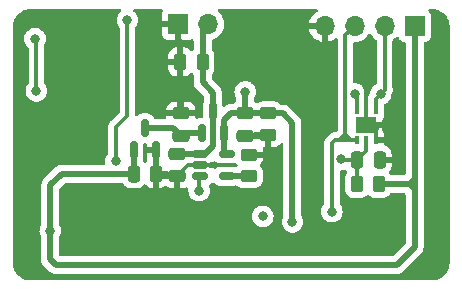
<source format=gbr>
%TF.GenerationSoftware,KiCad,Pcbnew,(6.0.0)*%
%TF.CreationDate,2022-03-17T14:09:45-06:00*%
%TF.ProjectId,sensor-board,73656e73-6f72-42d6-926f-6172642e6b69,rev?*%
%TF.SameCoordinates,Original*%
%TF.FileFunction,Copper,L2,Bot*%
%TF.FilePolarity,Positive*%
%FSLAX46Y46*%
G04 Gerber Fmt 4.6, Leading zero omitted, Abs format (unit mm)*
G04 Created by KiCad (PCBNEW (6.0.0)) date 2022-03-17 14:09:45*
%MOMM*%
%LPD*%
G01*
G04 APERTURE LIST*
G04 Aperture macros list*
%AMRoundRect*
0 Rectangle with rounded corners*
0 $1 Rounding radius*
0 $2 $3 $4 $5 $6 $7 $8 $9 X,Y pos of 4 corners*
0 Add a 4 corners polygon primitive as box body*
4,1,4,$2,$3,$4,$5,$6,$7,$8,$9,$2,$3,0*
0 Add four circle primitives for the rounded corners*
1,1,$1+$1,$2,$3*
1,1,$1+$1,$4,$5*
1,1,$1+$1,$6,$7*
1,1,$1+$1,$8,$9*
0 Add four rect primitives between the rounded corners*
20,1,$1+$1,$2,$3,$4,$5,0*
20,1,$1+$1,$4,$5,$6,$7,0*
20,1,$1+$1,$6,$7,$8,$9,0*
20,1,$1+$1,$8,$9,$2,$3,0*%
G04 Aperture macros list end*
%TA.AperFunction,ComponentPad*%
%ADD10R,1.700000X1.700000*%
%TD*%
%TA.AperFunction,ComponentPad*%
%ADD11O,1.700000X1.700000*%
%TD*%
%TA.AperFunction,SMDPad,CuDef*%
%ADD12RoundRect,0.250000X-0.262500X-0.450000X0.262500X-0.450000X0.262500X0.450000X-0.262500X0.450000X0*%
%TD*%
%TA.AperFunction,SMDPad,CuDef*%
%ADD13RoundRect,0.250000X-0.250000X-0.475000X0.250000X-0.475000X0.250000X0.475000X-0.250000X0.475000X0*%
%TD*%
%TA.AperFunction,SMDPad,CuDef*%
%ADD14RoundRect,0.150000X0.150000X-0.587500X0.150000X0.587500X-0.150000X0.587500X-0.150000X-0.587500X0*%
%TD*%
%TA.AperFunction,SMDPad,CuDef*%
%ADD15RoundRect,0.250000X0.475000X-0.250000X0.475000X0.250000X-0.475000X0.250000X-0.475000X-0.250000X0*%
%TD*%
%TA.AperFunction,SMDPad,CuDef*%
%ADD16RoundRect,0.250000X0.250000X0.475000X-0.250000X0.475000X-0.250000X-0.475000X0.250000X-0.475000X0*%
%TD*%
%TA.AperFunction,SMDPad,CuDef*%
%ADD17RoundRect,0.250000X-0.475000X0.250000X-0.475000X-0.250000X0.475000X-0.250000X0.475000X0.250000X0*%
%TD*%
%TA.AperFunction,SMDPad,CuDef*%
%ADD18R,0.450000X0.750000*%
%TD*%
%TA.AperFunction,SMDPad,CuDef*%
%ADD19R,1.740000X1.350000*%
%TD*%
%TA.AperFunction,SMDPad,CuDef*%
%ADD20RoundRect,0.250000X0.450000X-0.262500X0.450000X0.262500X-0.450000X0.262500X-0.450000X-0.262500X0*%
%TD*%
%TA.AperFunction,SMDPad,CuDef*%
%ADD21RoundRect,0.250000X-0.450000X0.262500X-0.450000X-0.262500X0.450000X-0.262500X0.450000X0.262500X0*%
%TD*%
%TA.AperFunction,SMDPad,CuDef*%
%ADD22RoundRect,0.150000X-0.512500X-0.150000X0.512500X-0.150000X0.512500X0.150000X-0.512500X0.150000X0*%
%TD*%
%TA.AperFunction,ViaPad*%
%ADD23C,0.800000*%
%TD*%
%TA.AperFunction,Conductor*%
%ADD24C,0.500000*%
%TD*%
%TA.AperFunction,Conductor*%
%ADD25C,0.300000*%
%TD*%
G04 APERTURE END LIST*
D10*
%TO.P,J2,1,Pin_1*%
%TO.N,+3V3*%
X157525000Y-57950000D03*
D11*
%TO.P,J2,2,Pin_2*%
%TO.N,/SDA*%
X154985000Y-57950000D03*
%TO.P,J2,3,Pin_3*%
%TO.N,/SCL*%
X152445000Y-57950000D03*
%TO.P,J2,4,Pin_4*%
%TO.N,GND*%
X149905000Y-57950000D03*
%TD*%
D10*
%TO.P,J1,1,Pin_1*%
%TO.N,GND*%
X137515000Y-57790000D03*
D11*
%TO.P,J1,2,Pin_2*%
%TO.N,+BATT*%
X140055000Y-57790000D03*
%TD*%
D12*
%TO.P,R4,1*%
%TO.N,Net-(C6-Pad1)*%
X152677500Y-71325000D03*
%TO.P,R4,2*%
%TO.N,+3V3*%
X154502500Y-71325000D03*
%TD*%
D13*
%TO.P,C5,1*%
%TO.N,+3V3*%
X133747000Y-70462500D03*
%TO.P,C5,2*%
%TO.N,GND*%
X135647000Y-70462500D03*
%TD*%
D14*
%TO.P,U3,1,GND*%
%TO.N,GND*%
X135647000Y-68460000D03*
%TO.P,U3,2,VO*%
%TO.N,+3V3*%
X133747000Y-68460000D03*
%TO.P,U3,3,VI*%
%TO.N,VDD*%
X134697000Y-66585000D03*
%TD*%
D15*
%TO.P,C2,1*%
%TO.N,VDD*%
X137735000Y-67260000D03*
%TO.P,C2,2*%
%TO.N,GND*%
X137735000Y-65360000D03*
%TD*%
D16*
%TO.P,C4,1*%
%TO.N,+BATT*%
X139575000Y-61000000D03*
%TO.P,C4,2*%
%TO.N,GND*%
X137675000Y-61000000D03*
%TD*%
D13*
%TO.P,C6,1*%
%TO.N,Net-(C6-Pad1)*%
X152665000Y-69300000D03*
%TO.P,C6,2*%
%TO.N,GND*%
X154565000Y-69300000D03*
%TD*%
D14*
%TO.P,Q1,1,G*%
%TO.N,VBUS*%
X141405000Y-67027500D03*
%TO.P,Q1,2,S*%
%TO.N,VDD*%
X139505000Y-67027500D03*
%TO.P,Q1,3,D*%
%TO.N,+BATT*%
X140455000Y-65152500D03*
%TD*%
D17*
%TO.P,C1,1*%
%TO.N,+BATT*%
X137425000Y-68770000D03*
%TO.P,C1,2*%
%TO.N,GND*%
X137425000Y-70670000D03*
%TD*%
D18*
%TO.P,U4,1,VDD*%
%TO.N,Net-(C6-Pad1)*%
X152625000Y-65100000D03*
%TO.P,U4,2,VSS*%
%TO.N,GND*%
X153425000Y-65100000D03*
%TO.P,U4,3,SDA*%
%TO.N,/SDA*%
X154225000Y-65100000D03*
%TO.P,U4,4,N/A*%
%TO.N,GND*%
X154225000Y-67600000D03*
%TO.P,U4,5,VDDH*%
%TO.N,Net-(C6-Pad1)*%
X153425000Y-67600000D03*
%TO.P,U4,6,SCL*%
%TO.N,/SCL*%
X152625000Y-67600000D03*
D19*
%TO.P,U4,7,EP*%
%TO.N,GND*%
X153425000Y-66350000D03*
%TD*%
D17*
%TO.P,C3,1*%
%TO.N,VBUS*%
X143190000Y-65337500D03*
%TO.P,C3,2*%
%TO.N,GND*%
X143190000Y-67237500D03*
%TD*%
D20*
%TO.P,R1,1*%
%TO.N,Net-(R1-Pad1)*%
X143475000Y-70662500D03*
%TO.P,R1,2*%
%TO.N,GND*%
X143475000Y-68837500D03*
%TD*%
D21*
%TO.P,R3,1*%
%TO.N,VBUS*%
X145140000Y-65362500D03*
%TO.P,R3,2*%
%TO.N,GND*%
X145140000Y-67187500D03*
%TD*%
D22*
%TO.P,U1,1,STAT*%
%TO.N,Net-(R2-Pad1)*%
X139327500Y-70670000D03*
%TO.P,U1,2,VSS*%
%TO.N,GND*%
X139327500Y-69720000D03*
%TO.P,U1,3,VBAT*%
%TO.N,+BATT*%
X139327500Y-68770000D03*
%TO.P,U1,4,VDD*%
%TO.N,VBUS*%
X141602500Y-68770000D03*
%TO.P,U1,5,PROG*%
%TO.N,Net-(R1-Pad1)*%
X141602500Y-70670000D03*
%TD*%
D23*
%TO.N,VBUS*%
X143190000Y-63530000D03*
X147180000Y-74550000D03*
X125500000Y-63450000D03*
X125390000Y-59030000D03*
%TO.N,Net-(R2-Pad1)*%
X139280000Y-71900000D03*
X133210000Y-57460000D03*
X132250000Y-69400000D03*
%TO.N,GND*%
X131000000Y-75000000D03*
X126000000Y-67000000D03*
X153490000Y-63040000D03*
X149000000Y-65000000D03*
X128000000Y-68000000D03*
X126000000Y-66000000D03*
X132000000Y-73000000D03*
X132000000Y-74000000D03*
X150000000Y-66000000D03*
X131000000Y-74000000D03*
X150000000Y-65000000D03*
X130000000Y-73000000D03*
X130000000Y-74000000D03*
X159330000Y-74550000D03*
X149000000Y-66000000D03*
X127000000Y-68000000D03*
X159000000Y-66000000D03*
X159000000Y-65000000D03*
X155000000Y-75000000D03*
X128000000Y-66000000D03*
X154000000Y-74000000D03*
X159000000Y-69000000D03*
X127000000Y-66000000D03*
X159000000Y-68000000D03*
X131000000Y-73000000D03*
X136137000Y-65406500D03*
X137427000Y-72442500D03*
X127000000Y-67000000D03*
X135617000Y-72462500D03*
X155000000Y-74000000D03*
X126000000Y-68000000D03*
X132000000Y-75000000D03*
X159000000Y-67000000D03*
X130000000Y-75000000D03*
X159000000Y-70000000D03*
X128000000Y-67000000D03*
X154000000Y-75000000D03*
%TO.N,Net-(C6-Pad1)*%
X152510000Y-63720000D03*
X151279500Y-69246730D03*
%TO.N,+3V3*%
X126680000Y-75290000D03*
%TO.N,/SDA*%
X154655000Y-63715000D03*
%TO.N,/SCL*%
X144670000Y-74080000D03*
X150530000Y-73680000D03*
%TD*%
D24*
%TO.N,VBUS*%
X141405000Y-68572500D02*
X141602500Y-68770000D01*
D25*
X125500000Y-59140000D02*
X125390000Y-59030000D01*
D24*
X143190000Y-65337500D02*
X145115000Y-65337500D01*
X147180000Y-74550000D02*
X147180000Y-66190000D01*
X147180000Y-66190000D02*
X146352500Y-65362500D01*
X141405000Y-67027500D02*
X141405000Y-65914500D01*
X145115000Y-65337500D02*
X145140000Y-65362500D01*
X143165000Y-65312500D02*
X143190000Y-65337500D01*
D25*
X125500000Y-63450000D02*
X125500000Y-59140000D01*
D24*
X142007000Y-65312500D02*
X143165000Y-65312500D01*
X141405000Y-67027500D02*
X141405000Y-68572500D01*
X146352500Y-65362500D02*
X145140000Y-65362500D01*
X143190000Y-65337500D02*
X143190000Y-63530000D01*
X141405000Y-65914500D02*
X142007000Y-65312500D01*
%TO.N,VDD*%
X134697000Y-66585000D02*
X137060000Y-66585000D01*
X137967500Y-67027500D02*
X137735000Y-67260000D01*
X137060000Y-66585000D02*
X137735000Y-67260000D01*
X139505000Y-67027500D02*
X137967500Y-67027500D01*
%TO.N,+BATT*%
X140455000Y-63615000D02*
X139575000Y-62735000D01*
X140455000Y-68134500D02*
X140455000Y-65152500D01*
X139819500Y-68770000D02*
X140455000Y-68134500D01*
X139575000Y-62735000D02*
X139575000Y-61000000D01*
X139327500Y-68770000D02*
X139819500Y-68770000D01*
X139575000Y-61000000D02*
X139575000Y-58270000D01*
X137425000Y-68770000D02*
X139327500Y-68770000D01*
X139575000Y-58270000D02*
X140055000Y-57790000D01*
X140455000Y-65152500D02*
X140455000Y-63615000D01*
D25*
%TO.N,Net-(R2-Pad1)*%
X132630000Y-66120000D02*
X132250000Y-66500000D01*
X133210000Y-65540000D02*
X132630000Y-66120000D01*
X139280000Y-70717500D02*
X139327500Y-70670000D01*
X139280000Y-71900000D02*
X139280000Y-70717500D01*
X132250000Y-66500000D02*
X132250000Y-69400000D01*
X133210000Y-57460000D02*
X133210000Y-65540000D01*
X132250000Y-69540000D02*
X132250000Y-69400000D01*
D24*
%TO.N,GND*%
X135647000Y-68460000D02*
X135647000Y-70462500D01*
X137680000Y-60995000D02*
X137675000Y-61000000D01*
D25*
X154225000Y-66800000D02*
X154225000Y-67600000D01*
X154333000Y-66692000D02*
X154225000Y-66800000D01*
X153425000Y-65100000D02*
X153425000Y-66350000D01*
X153425000Y-65100000D02*
X153425000Y-63105000D01*
X138375000Y-69720000D02*
X137425000Y-70670000D01*
D24*
X136183500Y-65360000D02*
X136137000Y-65406500D01*
D25*
X137425000Y-72440500D02*
X137427000Y-72442500D01*
X139327500Y-69720000D02*
X138375000Y-69720000D01*
D24*
X137675000Y-65300000D02*
X137735000Y-65360000D01*
X137515000Y-57790000D02*
X137515000Y-59175000D01*
D25*
X153425000Y-66350000D02*
X153991000Y-66350000D01*
D24*
X137680000Y-59340000D02*
X137680000Y-60995000D01*
X137735000Y-65360000D02*
X136183500Y-65360000D01*
D25*
X137425000Y-70670000D02*
X137425000Y-72440500D01*
D24*
X135647000Y-70462500D02*
X135647000Y-72432500D01*
D25*
X153991000Y-66350000D02*
X154333000Y-66692000D01*
D24*
X137675000Y-61000000D02*
X137675000Y-65300000D01*
X137515000Y-59175000D02*
X137680000Y-59340000D01*
D25*
X153425000Y-63105000D02*
X153490000Y-63040000D01*
D24*
X135647000Y-72432500D02*
X135617000Y-72462500D01*
%TO.N,Net-(R1-Pad1)*%
X141610000Y-70662500D02*
X141602500Y-70670000D01*
X143475000Y-70662500D02*
X141610000Y-70662500D01*
D25*
%TO.N,Net-(C6-Pad1)*%
X152625000Y-63835000D02*
X152510000Y-63720000D01*
X153425000Y-67600000D02*
X153425000Y-68540000D01*
X151332770Y-69300000D02*
X151279500Y-69246730D01*
X153425000Y-68540000D02*
X152665000Y-69300000D01*
X152625000Y-65100000D02*
X152625000Y-63835000D01*
X152665000Y-69300000D02*
X152665000Y-71312500D01*
X152665000Y-71312500D02*
X152677500Y-71325000D01*
X152665000Y-69300000D02*
X151332770Y-69300000D01*
D24*
%TO.N,+3V3*%
X157525000Y-71345000D02*
X157125000Y-71345000D01*
X127647500Y-70462500D02*
X133747000Y-70462500D01*
X156030000Y-78190000D02*
X127130000Y-78190000D01*
X126640000Y-77700000D02*
X126640000Y-75330000D01*
X157525000Y-72395000D02*
X157525000Y-71745000D01*
X126680000Y-75290000D02*
X126680000Y-71430000D01*
X157525000Y-71345000D02*
X157525000Y-72395000D01*
X127130000Y-78190000D02*
X126640000Y-77700000D01*
X133747000Y-70462500D02*
X133747000Y-68460000D01*
X154522500Y-71345000D02*
X154502500Y-71325000D01*
X157525000Y-76695000D02*
X156030000Y-78190000D01*
X157525000Y-70165000D02*
X157525000Y-70945000D01*
X157125000Y-71345000D02*
X154522500Y-71345000D01*
X126640000Y-75330000D02*
X126680000Y-75290000D01*
X157525000Y-57950000D02*
X157525000Y-70165000D01*
X157525000Y-70165000D02*
X157525000Y-71345000D01*
X126680000Y-71430000D02*
X127647500Y-70462500D01*
X157525000Y-71745000D02*
X157125000Y-71345000D01*
X157525000Y-70945000D02*
X157125000Y-71345000D01*
X157525000Y-71345000D02*
X157525000Y-76695000D01*
D25*
%TO.N,/SDA*%
X154225000Y-64145000D02*
X154655000Y-63715000D01*
X154985000Y-63315000D02*
X154985000Y-57950000D01*
X154655000Y-63715000D02*
X155020000Y-63350000D01*
X154225000Y-65100000D02*
X154225000Y-64145000D01*
X155020000Y-63350000D02*
X154985000Y-63315000D01*
%TO.N,/SCL*%
X151330000Y-67600000D02*
X151330000Y-67460000D01*
X151670000Y-67490000D02*
X151670000Y-67120000D01*
X151190000Y-67600000D02*
X151330000Y-67460000D01*
X152150000Y-67600000D02*
X151670000Y-67120000D01*
X151330000Y-67600000D02*
X151560000Y-67600000D01*
X150810000Y-67600000D02*
X151190000Y-67600000D01*
X151670000Y-58725000D02*
X152445000Y-57950000D01*
X152625000Y-67600000D02*
X152150000Y-67600000D01*
X151330000Y-67460000D02*
X151670000Y-67120000D01*
X150530000Y-73680000D02*
X150530000Y-67880000D01*
X151560000Y-67600000D02*
X151670000Y-67490000D01*
X151560000Y-67600000D02*
X152625000Y-67600000D01*
X150530000Y-67880000D02*
X150810000Y-67600000D01*
X151670000Y-67120000D02*
X151670000Y-58725000D01*
X150810000Y-67600000D02*
X151330000Y-67600000D01*
%TD*%
%TA.AperFunction,Conductor*%
%TO.N,GND*%
G36*
X132655016Y-56528002D02*
G01*
X132701509Y-56581658D01*
X132711613Y-56651932D01*
X132682119Y-56716512D01*
X132660956Y-56735936D01*
X132598747Y-56781134D01*
X132594326Y-56786044D01*
X132594325Y-56786045D01*
X132503031Y-56887438D01*
X132470960Y-56923056D01*
X132442756Y-56971907D01*
X132394619Y-57055283D01*
X132375473Y-57088444D01*
X132316458Y-57270072D01*
X132315768Y-57276633D01*
X132315768Y-57276635D01*
X132304883Y-57380201D01*
X132296496Y-57460000D01*
X132297186Y-57466565D01*
X132312226Y-57609658D01*
X132316458Y-57649928D01*
X132375473Y-57831556D01*
X132470960Y-57996944D01*
X132475378Y-58001851D01*
X132475379Y-58001852D01*
X132519136Y-58050449D01*
X132549854Y-58114456D01*
X132551500Y-58134759D01*
X132551500Y-65215050D01*
X132531498Y-65283171D01*
X132514595Y-65304145D01*
X131842395Y-65976345D01*
X131833615Y-65984335D01*
X131833613Y-65984337D01*
X131826920Y-65988584D01*
X131821494Y-65994362D01*
X131821493Y-65994363D01*
X131778396Y-66040257D01*
X131775641Y-66043099D01*
X131755073Y-66063667D01*
X131752356Y-66067170D01*
X131744648Y-66076195D01*
X131713028Y-66109867D01*
X131709207Y-66116818D01*
X131709206Y-66116819D01*
X131702697Y-66128658D01*
X131691843Y-66145182D01*
X131685185Y-66153767D01*
X131678696Y-66162132D01*
X131675549Y-66169404D01*
X131675548Y-66169406D01*
X131660346Y-66204535D01*
X131655124Y-66215195D01*
X131642521Y-66238120D01*
X131632876Y-66255663D01*
X131627541Y-66276441D01*
X131621142Y-66295131D01*
X131612620Y-66314824D01*
X131607682Y-66346000D01*
X131605394Y-66360448D01*
X131602987Y-66372071D01*
X131602801Y-66372797D01*
X131591500Y-66416812D01*
X131591500Y-66438259D01*
X131589949Y-66457969D01*
X131586594Y-66479152D01*
X131587340Y-66487043D01*
X131590941Y-66525138D01*
X131591500Y-66536996D01*
X131591500Y-68725241D01*
X131571498Y-68793362D01*
X131559136Y-68809551D01*
X131510960Y-68863056D01*
X131415473Y-69028444D01*
X131356458Y-69210072D01*
X131355768Y-69216633D01*
X131355768Y-69216635D01*
X131345725Y-69312192D01*
X131336496Y-69400000D01*
X131337186Y-69406565D01*
X131353820Y-69564830D01*
X131341048Y-69634668D01*
X131292546Y-69686515D01*
X131228510Y-69704000D01*
X127714570Y-69704000D01*
X127695620Y-69702567D01*
X127681385Y-69700401D01*
X127681381Y-69700401D01*
X127674151Y-69699301D01*
X127666859Y-69699894D01*
X127666856Y-69699894D01*
X127621482Y-69703585D01*
X127611267Y-69704000D01*
X127603207Y-69704000D01*
X127599573Y-69704424D01*
X127599567Y-69704424D01*
X127586542Y-69705943D01*
X127574980Y-69707291D01*
X127570632Y-69707721D01*
X127548559Y-69709516D01*
X127505162Y-69713046D01*
X127505159Y-69713047D01*
X127497864Y-69713640D01*
X127490900Y-69715896D01*
X127484961Y-69717083D01*
X127479090Y-69718470D01*
X127471819Y-69719318D01*
X127464943Y-69721814D01*
X127464934Y-69721816D01*
X127403202Y-69744225D01*
X127399098Y-69745635D01*
X127329601Y-69768148D01*
X127323346Y-69771944D01*
X127317887Y-69774443D01*
X127312439Y-69777171D01*
X127305563Y-69779667D01*
X127244510Y-69819695D01*
X127240837Y-69822013D01*
X127178393Y-69859905D01*
X127170017Y-69867302D01*
X127169993Y-69867275D01*
X127166999Y-69869930D01*
X127163768Y-69872632D01*
X127157648Y-69876644D01*
X127113816Y-69922914D01*
X127104372Y-69932883D01*
X127101994Y-69935325D01*
X126191089Y-70846230D01*
X126176677Y-70858616D01*
X126165082Y-70867149D01*
X126165077Y-70867154D01*
X126159182Y-70871492D01*
X126154443Y-70877070D01*
X126154440Y-70877073D01*
X126124965Y-70911768D01*
X126118035Y-70919284D01*
X126112340Y-70924979D01*
X126110060Y-70927861D01*
X126094719Y-70947251D01*
X126091928Y-70950655D01*
X126073639Y-70972183D01*
X126044667Y-71006285D01*
X126041339Y-71012801D01*
X126037972Y-71017850D01*
X126034805Y-71022979D01*
X126030266Y-71028716D01*
X125999345Y-71094875D01*
X125997442Y-71098769D01*
X125964231Y-71163808D01*
X125962492Y-71170916D01*
X125960393Y-71176559D01*
X125958476Y-71182322D01*
X125955378Y-71188950D01*
X125953888Y-71196112D01*
X125953888Y-71196113D01*
X125940514Y-71260412D01*
X125939544Y-71264696D01*
X125922192Y-71335610D01*
X125921500Y-71346764D01*
X125921464Y-71346762D01*
X125921225Y-71350755D01*
X125920851Y-71354947D01*
X125919360Y-71362115D01*
X125919558Y-71369432D01*
X125921454Y-71439521D01*
X125921500Y-71442928D01*
X125921500Y-74753001D01*
X125904619Y-74816000D01*
X125845473Y-74918444D01*
X125786458Y-75100072D01*
X125785768Y-75106633D01*
X125785768Y-75106635D01*
X125772921Y-75228866D01*
X125766496Y-75290000D01*
X125767186Y-75296565D01*
X125784062Y-75457128D01*
X125786458Y-75479928D01*
X125845473Y-75661556D01*
X125848776Y-75667277D01*
X125848777Y-75667279D01*
X125864619Y-75694718D01*
X125881500Y-75757718D01*
X125881500Y-77632930D01*
X125880067Y-77651880D01*
X125876801Y-77673349D01*
X125877394Y-77680641D01*
X125877394Y-77680644D01*
X125881085Y-77726018D01*
X125881500Y-77736233D01*
X125881500Y-77744293D01*
X125881925Y-77747937D01*
X125884789Y-77772507D01*
X125885222Y-77776882D01*
X125891140Y-77849637D01*
X125893396Y-77856601D01*
X125894587Y-77862560D01*
X125895971Y-77868415D01*
X125896818Y-77875681D01*
X125921735Y-77944327D01*
X125923152Y-77948455D01*
X125942357Y-78007736D01*
X125945649Y-78017899D01*
X125949445Y-78024154D01*
X125951951Y-78029628D01*
X125954670Y-78035058D01*
X125957167Y-78041937D01*
X125961180Y-78048057D01*
X125961180Y-78048058D01*
X125997186Y-78102976D01*
X125999523Y-78106680D01*
X126037405Y-78169107D01*
X126041121Y-78173315D01*
X126041122Y-78173316D01*
X126044803Y-78177484D01*
X126044776Y-78177508D01*
X126047429Y-78180500D01*
X126050132Y-78183733D01*
X126054144Y-78189852D01*
X126059456Y-78194884D01*
X126110383Y-78243128D01*
X126112825Y-78245506D01*
X126546230Y-78678911D01*
X126558616Y-78693323D01*
X126567149Y-78704918D01*
X126567154Y-78704923D01*
X126571492Y-78710818D01*
X126577070Y-78715557D01*
X126577073Y-78715560D01*
X126611768Y-78745035D01*
X126619284Y-78751965D01*
X126624980Y-78757661D01*
X126627841Y-78759924D01*
X126627846Y-78759929D01*
X126647256Y-78775285D01*
X126650658Y-78778074D01*
X126671176Y-78795505D01*
X126706285Y-78825333D01*
X126712802Y-78828661D01*
X126717850Y-78832027D01*
X126722972Y-78835190D01*
X126728716Y-78839735D01*
X126794895Y-78870664D01*
X126798779Y-78872563D01*
X126863808Y-78905769D01*
X126870923Y-78907510D01*
X126876578Y-78909613D01*
X126882317Y-78911522D01*
X126888950Y-78914622D01*
X126960435Y-78929491D01*
X126964701Y-78930457D01*
X127035610Y-78947808D01*
X127041212Y-78948156D01*
X127041215Y-78948156D01*
X127046764Y-78948500D01*
X127046762Y-78948535D01*
X127050734Y-78948775D01*
X127054955Y-78949152D01*
X127062115Y-78950641D01*
X127139542Y-78948546D01*
X127142950Y-78948500D01*
X155962930Y-78948500D01*
X155981880Y-78949933D01*
X155996115Y-78952099D01*
X155996119Y-78952099D01*
X156003349Y-78953199D01*
X156010641Y-78952606D01*
X156010644Y-78952606D01*
X156056018Y-78948915D01*
X156066233Y-78948500D01*
X156074293Y-78948500D01*
X156091680Y-78946473D01*
X156102507Y-78945211D01*
X156106882Y-78944778D01*
X156172339Y-78939454D01*
X156172342Y-78939453D01*
X156179637Y-78938860D01*
X156186601Y-78936604D01*
X156192560Y-78935413D01*
X156198415Y-78934029D01*
X156205681Y-78933182D01*
X156274327Y-78908265D01*
X156278455Y-78906848D01*
X156340936Y-78886607D01*
X156340938Y-78886606D01*
X156347899Y-78884351D01*
X156354154Y-78880555D01*
X156359628Y-78878049D01*
X156365058Y-78875330D01*
X156371937Y-78872833D01*
X156417690Y-78842836D01*
X156432976Y-78832814D01*
X156436680Y-78830477D01*
X156499107Y-78792595D01*
X156507484Y-78785197D01*
X156507508Y-78785224D01*
X156510500Y-78782571D01*
X156513733Y-78779868D01*
X156519852Y-78775856D01*
X156573128Y-78719617D01*
X156575506Y-78717175D01*
X158013911Y-77278770D01*
X158028323Y-77266384D01*
X158039918Y-77257851D01*
X158039923Y-77257846D01*
X158045818Y-77253508D01*
X158050557Y-77247930D01*
X158050560Y-77247927D01*
X158080035Y-77213232D01*
X158086965Y-77205716D01*
X158092660Y-77200021D01*
X158110281Y-77177749D01*
X158113072Y-77174345D01*
X158155591Y-77124297D01*
X158155592Y-77124295D01*
X158160333Y-77118715D01*
X158163661Y-77112199D01*
X158167028Y-77107150D01*
X158170195Y-77102021D01*
X158174734Y-77096284D01*
X158205655Y-77030125D01*
X158207561Y-77026225D01*
X158240769Y-76961192D01*
X158242508Y-76954084D01*
X158244607Y-76948441D01*
X158246524Y-76942678D01*
X158249622Y-76936050D01*
X158264487Y-76864583D01*
X158265457Y-76860299D01*
X158281473Y-76794845D01*
X158282808Y-76789390D01*
X158283500Y-76778236D01*
X158283536Y-76778238D01*
X158283775Y-76774245D01*
X158284149Y-76770053D01*
X158285640Y-76762885D01*
X158283546Y-76685479D01*
X158283500Y-76682072D01*
X158283500Y-71812063D01*
X158284933Y-71793114D01*
X158287097Y-71778886D01*
X158288198Y-71771651D01*
X158283915Y-71718990D01*
X158283500Y-71708777D01*
X158283500Y-71372835D01*
X158283742Y-71365033D01*
X158287547Y-71303702D01*
X158285320Y-71290740D01*
X158283500Y-71269404D01*
X158283500Y-71032941D01*
X158283999Y-71021740D01*
X158284150Y-71020050D01*
X158285640Y-71012885D01*
X158283546Y-70935479D01*
X158283500Y-70932072D01*
X158283500Y-59434500D01*
X158303502Y-59366379D01*
X158357158Y-59319886D01*
X158409500Y-59308500D01*
X158423134Y-59308500D01*
X158485316Y-59301745D01*
X158621705Y-59250615D01*
X158738261Y-59163261D01*
X158825615Y-59046705D01*
X158876745Y-58910316D01*
X158883500Y-58848134D01*
X158883500Y-57051866D01*
X158876745Y-56989684D01*
X158825615Y-56853295D01*
X158738261Y-56736739D01*
X158731081Y-56731358D01*
X158724731Y-56725008D01*
X158726813Y-56722926D01*
X158693197Y-56677978D01*
X158688165Y-56607160D01*
X158722219Y-56544863D01*
X158784547Y-56510867D01*
X158811273Y-56508000D01*
X158950672Y-56508000D01*
X158970056Y-56509500D01*
X158972284Y-56509847D01*
X158984859Y-56511805D01*
X158984861Y-56511805D01*
X158993730Y-56513186D01*
X159002632Y-56512022D01*
X159002634Y-56512022D01*
X159008959Y-56511195D01*
X159034282Y-56510452D01*
X159198126Y-56522170D01*
X159203343Y-56522543D01*
X159221137Y-56525101D01*
X159411540Y-56566521D01*
X159428788Y-56571586D01*
X159611358Y-56639682D01*
X159627710Y-56647149D01*
X159636470Y-56651932D01*
X159798734Y-56740534D01*
X159813848Y-56750248D01*
X159923516Y-56832344D01*
X159969842Y-56867023D01*
X159983428Y-56878796D01*
X160121204Y-57016572D01*
X160132977Y-57030158D01*
X160144881Y-57046060D01*
X160249752Y-57186152D01*
X160259466Y-57201266D01*
X160297837Y-57271538D01*
X160352851Y-57372290D01*
X160360318Y-57388642D01*
X160428414Y-57571212D01*
X160433480Y-57588462D01*
X160474899Y-57778863D01*
X160477457Y-57796658D01*
X160489041Y-57958629D01*
X160488297Y-57976533D01*
X160488195Y-57984858D01*
X160486814Y-57993730D01*
X160487978Y-58002632D01*
X160487978Y-58002635D01*
X160490936Y-58025251D01*
X160492000Y-58041589D01*
X160492000Y-77950672D01*
X160490500Y-77970056D01*
X160486814Y-77993730D01*
X160487978Y-78002632D01*
X160487978Y-78002634D01*
X160488805Y-78008959D01*
X160489548Y-78034282D01*
X160479306Y-78177484D01*
X160477457Y-78203343D01*
X160474899Y-78221137D01*
X160433480Y-78411538D01*
X160428414Y-78428788D01*
X160360318Y-78611358D01*
X160352851Y-78627710D01*
X160266858Y-78785197D01*
X160259469Y-78798729D01*
X160249752Y-78813848D01*
X160201692Y-78878049D01*
X160132977Y-78969842D01*
X160121204Y-78983428D01*
X159983428Y-79121204D01*
X159969841Y-79132977D01*
X159813848Y-79249752D01*
X159798734Y-79259466D01*
X159693020Y-79317190D01*
X159627710Y-79352851D01*
X159611358Y-79360318D01*
X159428788Y-79428414D01*
X159411540Y-79433479D01*
X159248022Y-79469051D01*
X159221137Y-79474899D01*
X159203342Y-79477457D01*
X159154443Y-79480954D01*
X159041369Y-79489041D01*
X159023467Y-79488297D01*
X159015142Y-79488195D01*
X159006270Y-79486814D01*
X158997368Y-79487978D01*
X158997365Y-79487978D01*
X158974749Y-79490936D01*
X158958411Y-79492000D01*
X125049328Y-79492000D01*
X125029943Y-79490500D01*
X125029661Y-79490456D01*
X125027117Y-79490060D01*
X125015141Y-79488195D01*
X125015139Y-79488195D01*
X125006270Y-79486814D01*
X124997368Y-79487978D01*
X124997366Y-79487978D01*
X124991041Y-79488805D01*
X124965718Y-79489548D01*
X124796657Y-79477457D01*
X124778863Y-79474899D01*
X124751978Y-79469051D01*
X124588460Y-79433479D01*
X124571212Y-79428414D01*
X124388642Y-79360318D01*
X124372290Y-79352851D01*
X124306980Y-79317190D01*
X124201266Y-79259466D01*
X124186152Y-79249752D01*
X124030159Y-79132977D01*
X124016572Y-79121204D01*
X123878796Y-78983428D01*
X123867023Y-78969842D01*
X123798308Y-78878049D01*
X123750248Y-78813848D01*
X123740531Y-78798729D01*
X123733143Y-78785197D01*
X123647149Y-78627710D01*
X123639682Y-78611358D01*
X123571586Y-78428788D01*
X123566520Y-78411538D01*
X123525101Y-78221137D01*
X123522543Y-78203342D01*
X123511437Y-78048058D01*
X123510959Y-78041369D01*
X123511703Y-78023467D01*
X123511805Y-78015142D01*
X123513186Y-78006270D01*
X123511547Y-77993730D01*
X123509064Y-77974749D01*
X123508000Y-77958411D01*
X123508000Y-59030000D01*
X124476496Y-59030000D01*
X124477186Y-59036565D01*
X124488279Y-59142105D01*
X124496458Y-59219928D01*
X124555473Y-59401556D01*
X124650960Y-59566944D01*
X124778747Y-59708866D01*
X124784088Y-59712746D01*
X124784093Y-59712751D01*
X124789562Y-59716724D01*
X124832915Y-59772946D01*
X124841500Y-59818659D01*
X124841500Y-62775241D01*
X124821498Y-62843362D01*
X124809136Y-62859551D01*
X124774913Y-62897560D01*
X124760960Y-62913056D01*
X124720315Y-62983455D01*
X124684242Y-63045936D01*
X124665473Y-63078444D01*
X124606458Y-63260072D01*
X124605768Y-63266633D01*
X124605768Y-63266635D01*
X124595268Y-63366542D01*
X124586496Y-63450000D01*
X124587186Y-63456565D01*
X124605096Y-63626965D01*
X124606458Y-63639928D01*
X124665473Y-63821556D01*
X124668776Y-63827278D01*
X124668777Y-63827279D01*
X124690811Y-63865442D01*
X124760960Y-63986944D01*
X124765378Y-63991851D01*
X124765379Y-63991852D01*
X124884325Y-64123955D01*
X124888747Y-64128866D01*
X125043248Y-64241118D01*
X125049276Y-64243802D01*
X125049278Y-64243803D01*
X125177411Y-64300851D01*
X125217712Y-64318794D01*
X125311113Y-64338647D01*
X125398056Y-64357128D01*
X125398061Y-64357128D01*
X125404513Y-64358500D01*
X125595487Y-64358500D01*
X125601939Y-64357128D01*
X125601944Y-64357128D01*
X125688887Y-64338647D01*
X125782288Y-64318794D01*
X125822589Y-64300851D01*
X125950722Y-64243803D01*
X125950724Y-64243802D01*
X125956752Y-64241118D01*
X126111253Y-64128866D01*
X126115675Y-64123955D01*
X126234621Y-63991852D01*
X126234622Y-63991851D01*
X126239040Y-63986944D01*
X126309189Y-63865442D01*
X126331223Y-63827279D01*
X126331224Y-63827278D01*
X126334527Y-63821556D01*
X126393542Y-63639928D01*
X126394905Y-63626965D01*
X126412814Y-63456565D01*
X126413504Y-63450000D01*
X126404732Y-63366542D01*
X126394232Y-63266635D01*
X126394232Y-63266633D01*
X126393542Y-63260072D01*
X126334527Y-63078444D01*
X126315759Y-63045936D01*
X126279685Y-62983455D01*
X126239040Y-62913056D01*
X126225088Y-62897560D01*
X126190864Y-62859551D01*
X126160146Y-62795544D01*
X126158500Y-62775241D01*
X126158500Y-59549679D01*
X126175381Y-59486679D01*
X126221223Y-59407279D01*
X126221224Y-59407278D01*
X126224527Y-59401556D01*
X126283542Y-59219928D01*
X126291722Y-59142105D01*
X126302814Y-59036565D01*
X126303504Y-59030000D01*
X126301222Y-59008285D01*
X126284232Y-58846635D01*
X126284232Y-58846633D01*
X126283542Y-58840072D01*
X126224527Y-58658444D01*
X126214925Y-58641812D01*
X126167461Y-58559603D01*
X126129040Y-58493056D01*
X126011285Y-58362275D01*
X126005675Y-58356045D01*
X126005674Y-58356044D01*
X126001253Y-58351134D01*
X125846752Y-58238882D01*
X125840724Y-58236198D01*
X125840722Y-58236197D01*
X125678319Y-58163891D01*
X125678318Y-58163891D01*
X125672288Y-58161206D01*
X125578888Y-58141353D01*
X125491944Y-58122872D01*
X125491939Y-58122872D01*
X125485487Y-58121500D01*
X125294513Y-58121500D01*
X125288061Y-58122872D01*
X125288056Y-58122872D01*
X125201112Y-58141353D01*
X125107712Y-58161206D01*
X125101682Y-58163891D01*
X125101681Y-58163891D01*
X124939278Y-58236197D01*
X124939276Y-58236198D01*
X124933248Y-58238882D01*
X124778747Y-58351134D01*
X124774326Y-58356044D01*
X124774325Y-58356045D01*
X124768716Y-58362275D01*
X124650960Y-58493056D01*
X124612539Y-58559603D01*
X124565076Y-58641812D01*
X124555473Y-58658444D01*
X124496458Y-58840072D01*
X124495768Y-58846633D01*
X124495768Y-58846635D01*
X124478778Y-59008285D01*
X124476496Y-59030000D01*
X123508000Y-59030000D01*
X123508000Y-58049328D01*
X123509500Y-58029943D01*
X123511805Y-58015141D01*
X123511805Y-58015139D01*
X123513186Y-58006270D01*
X123511967Y-57996944D01*
X123511195Y-57991041D01*
X123510452Y-57965713D01*
X123520731Y-57822000D01*
X123522543Y-57796657D01*
X123525101Y-57778863D01*
X123566520Y-57588462D01*
X123571586Y-57571212D01*
X123639682Y-57388642D01*
X123647149Y-57372290D01*
X123702163Y-57271538D01*
X123740534Y-57201266D01*
X123750248Y-57186152D01*
X123855119Y-57046060D01*
X123867023Y-57030158D01*
X123878796Y-57016572D01*
X124016572Y-56878796D01*
X124030158Y-56867023D01*
X124076484Y-56832344D01*
X124186152Y-56750248D01*
X124201266Y-56740534D01*
X124363530Y-56651932D01*
X124372290Y-56647149D01*
X124388642Y-56639682D01*
X124571212Y-56571586D01*
X124588460Y-56566521D01*
X124778863Y-56525101D01*
X124796658Y-56522543D01*
X124845557Y-56519046D01*
X124958631Y-56510959D01*
X124976533Y-56511703D01*
X124984858Y-56511805D01*
X124993730Y-56513186D01*
X125002632Y-56512022D01*
X125002635Y-56512022D01*
X125025251Y-56509064D01*
X125041589Y-56508000D01*
X132586895Y-56508000D01*
X132655016Y-56528002D01*
G37*
%TD.AperFunction*%
%TA.AperFunction,Conductor*%
G36*
X149287108Y-56528002D02*
G01*
X149333601Y-56581658D01*
X149343705Y-56651932D01*
X149314211Y-56716512D01*
X149277167Y-56745763D01*
X149183463Y-56794542D01*
X149174738Y-56800036D01*
X149004433Y-56927905D01*
X148996726Y-56934748D01*
X148849590Y-57088717D01*
X148843104Y-57096727D01*
X148723098Y-57272649D01*
X148718000Y-57281623D01*
X148628338Y-57474783D01*
X148624775Y-57484470D01*
X148569389Y-57684183D01*
X148570912Y-57692607D01*
X148583292Y-57696000D01*
X150033000Y-57696000D01*
X150101121Y-57716002D01*
X150147614Y-57769658D01*
X150159000Y-57822000D01*
X150159000Y-59268517D01*
X150163064Y-59282359D01*
X150176478Y-59284393D01*
X150183184Y-59283534D01*
X150193262Y-59281392D01*
X150397255Y-59220191D01*
X150406842Y-59216433D01*
X150598095Y-59122739D01*
X150606945Y-59117464D01*
X150780328Y-58993792D01*
X150788200Y-58987139D01*
X150796561Y-58978807D01*
X150858932Y-58944891D01*
X150929739Y-58950080D01*
X150986500Y-58992726D01*
X151011195Y-59059289D01*
X151011500Y-59068058D01*
X151011500Y-66795050D01*
X150991498Y-66863171D01*
X150974595Y-66884145D01*
X150956332Y-66902408D01*
X150894020Y-66936434D01*
X150871197Y-66939251D01*
X150818697Y-66940901D01*
X150801611Y-66941438D01*
X150797653Y-66941500D01*
X150768568Y-66941500D01*
X150764637Y-66941997D01*
X150764630Y-66941997D01*
X150764179Y-66942054D01*
X150752343Y-66942986D01*
X150706169Y-66944438D01*
X150685579Y-66950420D01*
X150666218Y-66954430D01*
X150659230Y-66955312D01*
X150652796Y-66956125D01*
X150652795Y-66956125D01*
X150644936Y-66957118D01*
X150637571Y-66960034D01*
X150637567Y-66960035D01*
X150601979Y-66974126D01*
X150590769Y-66977965D01*
X150546400Y-66990855D01*
X150527935Y-67001775D01*
X150510195Y-67010466D01*
X150490244Y-67018365D01*
X150458568Y-67041379D01*
X150452874Y-67045516D01*
X150442952Y-67052033D01*
X150410023Y-67071507D01*
X150410019Y-67071510D01*
X150403193Y-67075547D01*
X150388029Y-67090711D01*
X150372996Y-67103551D01*
X150355643Y-67116159D01*
X150326198Y-67151752D01*
X150318208Y-67160532D01*
X150122395Y-67356345D01*
X150113615Y-67364335D01*
X150113613Y-67364337D01*
X150106920Y-67368584D01*
X150101494Y-67374362D01*
X150101493Y-67374363D01*
X150058396Y-67420257D01*
X150055641Y-67423099D01*
X150035073Y-67443667D01*
X150032356Y-67447170D01*
X150024648Y-67456195D01*
X149993028Y-67489867D01*
X149989207Y-67496818D01*
X149989206Y-67496819D01*
X149982697Y-67508658D01*
X149971843Y-67525182D01*
X149964018Y-67535271D01*
X149958696Y-67542132D01*
X149955549Y-67549404D01*
X149955548Y-67549406D01*
X149940346Y-67584535D01*
X149935124Y-67595195D01*
X149912876Y-67635663D01*
X149907541Y-67656441D01*
X149901142Y-67675131D01*
X149892620Y-67694824D01*
X149891380Y-67702655D01*
X149885394Y-67740448D01*
X149882987Y-67752071D01*
X149871500Y-67796812D01*
X149871500Y-67818259D01*
X149869949Y-67837969D01*
X149866594Y-67859152D01*
X149868433Y-67878601D01*
X149870941Y-67905138D01*
X149871500Y-67916996D01*
X149871500Y-73005241D01*
X149851498Y-73073362D01*
X149839136Y-73089551D01*
X149790960Y-73143056D01*
X149695473Y-73308444D01*
X149636458Y-73490072D01*
X149616496Y-73680000D01*
X149636458Y-73869928D01*
X149695473Y-74051556D01*
X149790960Y-74216944D01*
X149795378Y-74221851D01*
X149795379Y-74221852D01*
X149838667Y-74269928D01*
X149918747Y-74358866D01*
X150073248Y-74471118D01*
X150079276Y-74473802D01*
X150079278Y-74473803D01*
X150235675Y-74543435D01*
X150247712Y-74548794D01*
X150341113Y-74568647D01*
X150428056Y-74587128D01*
X150428061Y-74587128D01*
X150434513Y-74588500D01*
X150625487Y-74588500D01*
X150631939Y-74587128D01*
X150631944Y-74587128D01*
X150718887Y-74568647D01*
X150812288Y-74548794D01*
X150824325Y-74543435D01*
X150980722Y-74473803D01*
X150980724Y-74473802D01*
X150986752Y-74471118D01*
X151141253Y-74358866D01*
X151221333Y-74269928D01*
X151264621Y-74221852D01*
X151264622Y-74221851D01*
X151269040Y-74216944D01*
X151364527Y-74051556D01*
X151423542Y-73869928D01*
X151443504Y-73680000D01*
X151423542Y-73490072D01*
X151364527Y-73308444D01*
X151269040Y-73143056D01*
X151220864Y-73089551D01*
X151190146Y-73025544D01*
X151188500Y-73005241D01*
X151188500Y-70281230D01*
X151208502Y-70213109D01*
X151262158Y-70166616D01*
X151314500Y-70155230D01*
X151374987Y-70155230D01*
X151381439Y-70153858D01*
X151381444Y-70153858D01*
X151468388Y-70135377D01*
X151561788Y-70115524D01*
X151567821Y-70112838D01*
X151567827Y-70112836D01*
X151596071Y-70100261D01*
X151666437Y-70090826D01*
X151730735Y-70120932D01*
X151754464Y-70149064D01*
X151812666Y-70243118D01*
X151812669Y-70243122D01*
X151816522Y-70249348D01*
X151816638Y-70249464D01*
X151842173Y-70312543D01*
X151829004Y-70382308D01*
X151818136Y-70399251D01*
X151815695Y-70401697D01*
X151802953Y-70422368D01*
X151729211Y-70542000D01*
X151722885Y-70552262D01*
X151667203Y-70720139D01*
X151666503Y-70726975D01*
X151666502Y-70726978D01*
X151665720Y-70734615D01*
X151656500Y-70824600D01*
X151656500Y-71825400D01*
X151667474Y-71931166D01*
X151723450Y-72098946D01*
X151816522Y-72249348D01*
X151941697Y-72374305D01*
X151947927Y-72378145D01*
X151947928Y-72378146D01*
X152085090Y-72462694D01*
X152092262Y-72467115D01*
X152172005Y-72493564D01*
X152253611Y-72520632D01*
X152253613Y-72520632D01*
X152260139Y-72522797D01*
X152266975Y-72523497D01*
X152266978Y-72523498D01*
X152310031Y-72527909D01*
X152364600Y-72533500D01*
X152990400Y-72533500D01*
X152993646Y-72533163D01*
X152993650Y-72533163D01*
X153089308Y-72523238D01*
X153089312Y-72523237D01*
X153096166Y-72522526D01*
X153102702Y-72520345D01*
X153102704Y-72520345D01*
X153234806Y-72476272D01*
X153263946Y-72466550D01*
X153414348Y-72373478D01*
X153500784Y-72286891D01*
X153563066Y-72252812D01*
X153633886Y-72257815D01*
X153678976Y-72286736D01*
X153766697Y-72374305D01*
X153772927Y-72378145D01*
X153772928Y-72378146D01*
X153910090Y-72462694D01*
X153917262Y-72467115D01*
X153997005Y-72493564D01*
X154078611Y-72520632D01*
X154078613Y-72520632D01*
X154085139Y-72522797D01*
X154091975Y-72523497D01*
X154091978Y-72523498D01*
X154135031Y-72527909D01*
X154189600Y-72533500D01*
X154815400Y-72533500D01*
X154818646Y-72533163D01*
X154818650Y-72533163D01*
X154914308Y-72523238D01*
X154914312Y-72523237D01*
X154921166Y-72522526D01*
X154927702Y-72520345D01*
X154927704Y-72520345D01*
X155059806Y-72476272D01*
X155088946Y-72466550D01*
X155239348Y-72373478D01*
X155364305Y-72248303D01*
X155408160Y-72177158D01*
X155416650Y-72163384D01*
X155469422Y-72115891D01*
X155523910Y-72103500D01*
X156640500Y-72103500D01*
X156708621Y-72123502D01*
X156755114Y-72177158D01*
X156766500Y-72229500D01*
X156766500Y-76328629D01*
X156746498Y-76396750D01*
X156729595Y-76417724D01*
X155752724Y-77394595D01*
X155690412Y-77428621D01*
X155663629Y-77431500D01*
X127524500Y-77431500D01*
X127456379Y-77411498D01*
X127409886Y-77357842D01*
X127398500Y-77305500D01*
X127398500Y-75894980D01*
X127418205Y-75827872D01*
X127419040Y-75826944D01*
X127514527Y-75661556D01*
X127573542Y-75479928D01*
X127575939Y-75457128D01*
X127592814Y-75296565D01*
X127593504Y-75290000D01*
X127587079Y-75228866D01*
X127574232Y-75106635D01*
X127574232Y-75106633D01*
X127573542Y-75100072D01*
X127514527Y-74918444D01*
X127455381Y-74816000D01*
X127438500Y-74753001D01*
X127438500Y-74080000D01*
X143756496Y-74080000D01*
X143776458Y-74269928D01*
X143835473Y-74451556D01*
X143930960Y-74616944D01*
X144058747Y-74758866D01*
X144213248Y-74871118D01*
X144219276Y-74873802D01*
X144219278Y-74873803D01*
X144339388Y-74927279D01*
X144387712Y-74948794D01*
X144481113Y-74968647D01*
X144568056Y-74987128D01*
X144568061Y-74987128D01*
X144574513Y-74988500D01*
X144765487Y-74988500D01*
X144771939Y-74987128D01*
X144771944Y-74987128D01*
X144858887Y-74968647D01*
X144952288Y-74948794D01*
X145000612Y-74927279D01*
X145120722Y-74873803D01*
X145120724Y-74873802D01*
X145126752Y-74871118D01*
X145281253Y-74758866D01*
X145409040Y-74616944D01*
X145504527Y-74451556D01*
X145563542Y-74269928D01*
X145583504Y-74080000D01*
X145563542Y-73890072D01*
X145504527Y-73708444D01*
X145409040Y-73543056D01*
X145367243Y-73496635D01*
X145285675Y-73406045D01*
X145285674Y-73406044D01*
X145281253Y-73401134D01*
X145126752Y-73288882D01*
X145120724Y-73286198D01*
X145120722Y-73286197D01*
X144958319Y-73213891D01*
X144958318Y-73213891D01*
X144952288Y-73211206D01*
X144858888Y-73191353D01*
X144771944Y-73172872D01*
X144771939Y-73172872D01*
X144765487Y-73171500D01*
X144574513Y-73171500D01*
X144568061Y-73172872D01*
X144568056Y-73172872D01*
X144481112Y-73191353D01*
X144387712Y-73211206D01*
X144381682Y-73213891D01*
X144381681Y-73213891D01*
X144219278Y-73286197D01*
X144219276Y-73286198D01*
X144213248Y-73288882D01*
X144058747Y-73401134D01*
X144054326Y-73406044D01*
X144054325Y-73406045D01*
X143972758Y-73496635D01*
X143930960Y-73543056D01*
X143835473Y-73708444D01*
X143776458Y-73890072D01*
X143756496Y-74080000D01*
X127438500Y-74080000D01*
X127438500Y-71796371D01*
X127458502Y-71728250D01*
X127475405Y-71707276D01*
X127924776Y-71257905D01*
X127987088Y-71223879D01*
X128013871Y-71221000D01*
X132710219Y-71221000D01*
X132778340Y-71241002D01*
X132817363Y-71280697D01*
X132898522Y-71411848D01*
X133023697Y-71536805D01*
X133029927Y-71540645D01*
X133029928Y-71540646D01*
X133167288Y-71625316D01*
X133174262Y-71629615D01*
X133225983Y-71646770D01*
X133335611Y-71683132D01*
X133335613Y-71683132D01*
X133342139Y-71685297D01*
X133348975Y-71685997D01*
X133348978Y-71685998D01*
X133392031Y-71690409D01*
X133446600Y-71696000D01*
X134047400Y-71696000D01*
X134050646Y-71695663D01*
X134050650Y-71695663D01*
X134146308Y-71685738D01*
X134146312Y-71685737D01*
X134153166Y-71685026D01*
X134159702Y-71682845D01*
X134159704Y-71682845D01*
X134291806Y-71638772D01*
X134320946Y-71629050D01*
X134471348Y-71535978D01*
X134596305Y-71410803D01*
X134599102Y-71406265D01*
X134656353Y-71365676D01*
X134727276Y-71362446D01*
X134788687Y-71398072D01*
X134796062Y-71406568D01*
X134804098Y-71416707D01*
X134918829Y-71531239D01*
X134930240Y-71540251D01*
X135068243Y-71625316D01*
X135081424Y-71631463D01*
X135235710Y-71682638D01*
X135249086Y-71685505D01*
X135343438Y-71695172D01*
X135349854Y-71695500D01*
X135374885Y-71695500D01*
X135390124Y-71691025D01*
X135391329Y-71689635D01*
X135393000Y-71681952D01*
X135393000Y-71677384D01*
X135901000Y-71677384D01*
X135905475Y-71692623D01*
X135906865Y-71693828D01*
X135914548Y-71695499D01*
X135944095Y-71695499D01*
X135950614Y-71695162D01*
X136046206Y-71685243D01*
X136059600Y-71682351D01*
X136213784Y-71630912D01*
X136226962Y-71624739D01*
X136371035Y-71535583D01*
X136372751Y-71538356D01*
X136425172Y-71517190D01*
X136494925Y-71530419D01*
X136503636Y-71535323D01*
X136621243Y-71607816D01*
X136634424Y-71613963D01*
X136788710Y-71665138D01*
X136802086Y-71668005D01*
X136896438Y-71677672D01*
X136902854Y-71678000D01*
X137152885Y-71678000D01*
X137168124Y-71673525D01*
X137169329Y-71672135D01*
X137171000Y-71664452D01*
X137171000Y-70942115D01*
X137166525Y-70926876D01*
X137165135Y-70925671D01*
X137157452Y-70924000D01*
X136278000Y-70924000D01*
X136209879Y-70903998D01*
X136163386Y-70850342D01*
X136152000Y-70798000D01*
X136152000Y-70734615D01*
X136147525Y-70719376D01*
X136146135Y-70718171D01*
X136138452Y-70716500D01*
X135919115Y-70716500D01*
X135903876Y-70720975D01*
X135902671Y-70722365D01*
X135901000Y-70730048D01*
X135901000Y-71677384D01*
X135393000Y-71677384D01*
X135393000Y-68732115D01*
X135388525Y-68716876D01*
X135387135Y-68715671D01*
X135379452Y-68714000D01*
X134857116Y-68714000D01*
X134841877Y-68718475D01*
X134840672Y-68719865D01*
X134839001Y-68727548D01*
X134839001Y-69111484D01*
X134839195Y-69116420D01*
X134841430Y-69144836D01*
X134843730Y-69157431D01*
X134886106Y-69303286D01*
X134889277Y-69310614D01*
X134897974Y-69381076D01*
X134862812Y-69449674D01*
X134803266Y-69509323D01*
X134796206Y-69518262D01*
X134738288Y-69559323D01*
X134667365Y-69562553D01*
X134605954Y-69526926D01*
X134599154Y-69519093D01*
X134595478Y-69513152D01*
X134576641Y-69494348D01*
X134542482Y-69460248D01*
X134508403Y-69397965D01*
X134505500Y-69371075D01*
X134505500Y-69331254D01*
X134510503Y-69296102D01*
X134550767Y-69157511D01*
X134550768Y-69157507D01*
X134552562Y-69151331D01*
X134553074Y-69144836D01*
X134555307Y-69116458D01*
X134555307Y-69116450D01*
X134555500Y-69114002D01*
X134555500Y-67957000D01*
X134575502Y-67888879D01*
X134629158Y-67842386D01*
X134681500Y-67831000D01*
X134713000Y-67831000D01*
X134781121Y-67851002D01*
X134827614Y-67904658D01*
X134839000Y-67957000D01*
X134839000Y-68187885D01*
X134843475Y-68203124D01*
X134844865Y-68204329D01*
X134852548Y-68206000D01*
X135775000Y-68206000D01*
X135843121Y-68226002D01*
X135889614Y-68279658D01*
X135901000Y-68332000D01*
X135901000Y-70190385D01*
X135905475Y-70205624D01*
X135906865Y-70206829D01*
X135914548Y-70208500D01*
X136569000Y-70208500D01*
X136637121Y-70228502D01*
X136683614Y-70282158D01*
X136695000Y-70334500D01*
X136695000Y-70397885D01*
X136699475Y-70413124D01*
X136700865Y-70414329D01*
X136708548Y-70416000D01*
X137553000Y-70416000D01*
X137621121Y-70436002D01*
X137667614Y-70489658D01*
X137679000Y-70542000D01*
X137679000Y-71659884D01*
X137683475Y-71675123D01*
X137684865Y-71676328D01*
X137692548Y-71677999D01*
X137947095Y-71677999D01*
X137953614Y-71677662D01*
X138049206Y-71667743D01*
X138062600Y-71664851D01*
X138217510Y-71613170D01*
X138288460Y-71610586D01*
X138349544Y-71646770D01*
X138381368Y-71710234D01*
X138382696Y-71745864D01*
X138379986Y-71771651D01*
X138366496Y-71900000D01*
X138386458Y-72089928D01*
X138445473Y-72271556D01*
X138540960Y-72436944D01*
X138545378Y-72441851D01*
X138545379Y-72441852D01*
X138616313Y-72520632D01*
X138668747Y-72578866D01*
X138823248Y-72691118D01*
X138829276Y-72693802D01*
X138829278Y-72693803D01*
X138991681Y-72766109D01*
X138997712Y-72768794D01*
X139091112Y-72788647D01*
X139178056Y-72807128D01*
X139178061Y-72807128D01*
X139184513Y-72808500D01*
X139375487Y-72808500D01*
X139381939Y-72807128D01*
X139381944Y-72807128D01*
X139468888Y-72788647D01*
X139562288Y-72768794D01*
X139568319Y-72766109D01*
X139730722Y-72693803D01*
X139730724Y-72693802D01*
X139736752Y-72691118D01*
X139891253Y-72578866D01*
X139943687Y-72520632D01*
X140014621Y-72441852D01*
X140014622Y-72441851D01*
X140019040Y-72436944D01*
X140114527Y-72271556D01*
X140173542Y-72089928D01*
X140193504Y-71900000D01*
X140180014Y-71771651D01*
X140174232Y-71716635D01*
X140174232Y-71716633D01*
X140173542Y-71710072D01*
X140142314Y-71613963D01*
X140116896Y-71535734D01*
X140114868Y-71464767D01*
X140151531Y-71403969D01*
X140172590Y-71388345D01*
X140239980Y-71348491D01*
X140239983Y-71348489D01*
X140246807Y-71344453D01*
X140364453Y-71226807D01*
X140366706Y-71222998D01*
X140422996Y-71182345D01*
X140493888Y-71178494D01*
X140555609Y-71213582D01*
X140562276Y-71221276D01*
X140565547Y-71226807D01*
X140683193Y-71344453D01*
X140690017Y-71348489D01*
X140690020Y-71348491D01*
X140774248Y-71398303D01*
X140826399Y-71429145D01*
X140834010Y-71431356D01*
X140834012Y-71431357D01*
X140867965Y-71441221D01*
X140986169Y-71475562D01*
X140992574Y-71476066D01*
X140992579Y-71476067D01*
X141021042Y-71478307D01*
X141021050Y-71478307D01*
X141023498Y-71478500D01*
X142181502Y-71478500D01*
X142183950Y-71478307D01*
X142183958Y-71478307D01*
X142212421Y-71476067D01*
X142212426Y-71476066D01*
X142218831Y-71475562D01*
X142225007Y-71473768D01*
X142225011Y-71473767D01*
X142367354Y-71432413D01*
X142438350Y-71432616D01*
X142491525Y-71464237D01*
X142551697Y-71524305D01*
X142557927Y-71528145D01*
X142557928Y-71528146D01*
X142695090Y-71612694D01*
X142702262Y-71617115D01*
X142738245Y-71629050D01*
X142863611Y-71670632D01*
X142863613Y-71670632D01*
X142870139Y-71672797D01*
X142876975Y-71673497D01*
X142876978Y-71673498D01*
X142914908Y-71677384D01*
X142974600Y-71683500D01*
X143975400Y-71683500D01*
X143978646Y-71683163D01*
X143978650Y-71683163D01*
X144074308Y-71673238D01*
X144074312Y-71673237D01*
X144081166Y-71672526D01*
X144087702Y-71670345D01*
X144087704Y-71670345D01*
X144224401Y-71624739D01*
X144248946Y-71616550D01*
X144399348Y-71523478D01*
X144524305Y-71398303D01*
X144540004Y-71372835D01*
X144613275Y-71253968D01*
X144613276Y-71253966D01*
X144617115Y-71247738D01*
X144666524Y-71098775D01*
X144670632Y-71086389D01*
X144670632Y-71086387D01*
X144672797Y-71079861D01*
X144677359Y-71035341D01*
X144679659Y-71012885D01*
X144683500Y-70975400D01*
X144683500Y-70349600D01*
X144683163Y-70346350D01*
X144673238Y-70250692D01*
X144673237Y-70250688D01*
X144672526Y-70243834D01*
X144662276Y-70213109D01*
X144618868Y-70083002D01*
X144616550Y-70076054D01*
X144523478Y-69925652D01*
X144498880Y-69901097D01*
X144436537Y-69838862D01*
X144402458Y-69776579D01*
X144407461Y-69705759D01*
X144436382Y-69660671D01*
X144518739Y-69578171D01*
X144527751Y-69566760D01*
X144612816Y-69428757D01*
X144618963Y-69415576D01*
X144670138Y-69261290D01*
X144673005Y-69247914D01*
X144682672Y-69153562D01*
X144683000Y-69147146D01*
X144683000Y-69109615D01*
X144678525Y-69094376D01*
X144677135Y-69093171D01*
X144669452Y-69091500D01*
X143347000Y-69091500D01*
X143278879Y-69071498D01*
X143232386Y-69017842D01*
X143221000Y-68965500D01*
X143221000Y-68709500D01*
X143241002Y-68641379D01*
X143294658Y-68594886D01*
X143347000Y-68583500D01*
X144664884Y-68583500D01*
X144680123Y-68579025D01*
X144681328Y-68577635D01*
X144682999Y-68569952D01*
X144682999Y-68527905D01*
X144682662Y-68521386D01*
X144672743Y-68425794D01*
X144669850Y-68412397D01*
X144656999Y-68373875D01*
X144654415Y-68302925D01*
X144690599Y-68241842D01*
X144754064Y-68210018D01*
X144776523Y-68208000D01*
X144867885Y-68208000D01*
X144883124Y-68203525D01*
X144884329Y-68202135D01*
X144886000Y-68194452D01*
X144886000Y-67459615D01*
X144881525Y-67444376D01*
X144880135Y-67443171D01*
X144872452Y-67441500D01*
X144481115Y-67441500D01*
X144465876Y-67445974D01*
X144464111Y-67448012D01*
X144404385Y-67486396D01*
X144368886Y-67491500D01*
X143062000Y-67491500D01*
X142993879Y-67471498D01*
X142947386Y-67417842D01*
X142936000Y-67365500D01*
X142936000Y-67109500D01*
X142956002Y-67041379D01*
X143009658Y-66994886D01*
X143062000Y-66983500D01*
X143873885Y-66983500D01*
X143889124Y-66979026D01*
X143890889Y-66976988D01*
X143950615Y-66938604D01*
X143986114Y-66933500D01*
X145268000Y-66933500D01*
X145336121Y-66953502D01*
X145382614Y-67007158D01*
X145394000Y-67059500D01*
X145394000Y-68189884D01*
X145398475Y-68205123D01*
X145399865Y-68206328D01*
X145407548Y-68207999D01*
X145637095Y-68207999D01*
X145643614Y-68207662D01*
X145739206Y-68197743D01*
X145752600Y-68194851D01*
X145906784Y-68143412D01*
X145919962Y-68137239D01*
X146057807Y-68051937D01*
X146069208Y-68042901D01*
X146183738Y-67928172D01*
X146196618Y-67911863D01*
X146254534Y-67870800D01*
X146325457Y-67867568D01*
X146386869Y-67903193D01*
X146419272Y-67966364D01*
X146421500Y-67989955D01*
X146421500Y-74013001D01*
X146404619Y-74076000D01*
X146345473Y-74178444D01*
X146286458Y-74360072D01*
X146285768Y-74366633D01*
X146285768Y-74366635D01*
X146267186Y-74543435D01*
X146266496Y-74550000D01*
X146286458Y-74739928D01*
X146345473Y-74921556D01*
X146440960Y-75086944D01*
X146568747Y-75228866D01*
X146723248Y-75341118D01*
X146729276Y-75343802D01*
X146729278Y-75343803D01*
X146891681Y-75416109D01*
X146897712Y-75418794D01*
X146991112Y-75438647D01*
X147078056Y-75457128D01*
X147078061Y-75457128D01*
X147084513Y-75458500D01*
X147275487Y-75458500D01*
X147281939Y-75457128D01*
X147281944Y-75457128D01*
X147368888Y-75438647D01*
X147462288Y-75418794D01*
X147468319Y-75416109D01*
X147630722Y-75343803D01*
X147630724Y-75343802D01*
X147636752Y-75341118D01*
X147791253Y-75228866D01*
X147919040Y-75086944D01*
X148014527Y-74921556D01*
X148073542Y-74739928D01*
X148093504Y-74550000D01*
X148092814Y-74543435D01*
X148074232Y-74366635D01*
X148074232Y-74366633D01*
X148073542Y-74360072D01*
X148014527Y-74178444D01*
X147955381Y-74076000D01*
X147938500Y-74013001D01*
X147938500Y-66257070D01*
X147939933Y-66238120D01*
X147942099Y-66223885D01*
X147942099Y-66223881D01*
X147943199Y-66216651D01*
X147940772Y-66186805D01*
X147938915Y-66163982D01*
X147938500Y-66153767D01*
X147938500Y-66145707D01*
X147935209Y-66117480D01*
X147934778Y-66113121D01*
X147928860Y-66040364D01*
X147926605Y-66033403D01*
X147925418Y-66027463D01*
X147924029Y-66021588D01*
X147923182Y-66014319D01*
X147898264Y-65945670D01*
X147896847Y-65941542D01*
X147876607Y-65879064D01*
X147876606Y-65879062D01*
X147874351Y-65872101D01*
X147870555Y-65865846D01*
X147868049Y-65860372D01*
X147865330Y-65854942D01*
X147862833Y-65848063D01*
X147858739Y-65841818D01*
X147822814Y-65787024D01*
X147820467Y-65783305D01*
X147782595Y-65720893D01*
X147775197Y-65712516D01*
X147775224Y-65712492D01*
X147772571Y-65709500D01*
X147769868Y-65706267D01*
X147765856Y-65700148D01*
X147709617Y-65646872D01*
X147707175Y-65644494D01*
X146936270Y-64873589D01*
X146923884Y-64859177D01*
X146915351Y-64847582D01*
X146915346Y-64847577D01*
X146911008Y-64841682D01*
X146905430Y-64836943D01*
X146905427Y-64836940D01*
X146870732Y-64807465D01*
X146863216Y-64800535D01*
X146857521Y-64794840D01*
X146851380Y-64789982D01*
X146835249Y-64777219D01*
X146831845Y-64774428D01*
X146781797Y-64731909D01*
X146781795Y-64731908D01*
X146776215Y-64727167D01*
X146769699Y-64723839D01*
X146764650Y-64720472D01*
X146759517Y-64717302D01*
X146753784Y-64712766D01*
X146687625Y-64681845D01*
X146683725Y-64679939D01*
X146618692Y-64646731D01*
X146611584Y-64644992D01*
X146605941Y-64642893D01*
X146600178Y-64640976D01*
X146593550Y-64637878D01*
X146522083Y-64623013D01*
X146517799Y-64622043D01*
X146501881Y-64618148D01*
X146446890Y-64604692D01*
X146441288Y-64604344D01*
X146441285Y-64604344D01*
X146435736Y-64604000D01*
X146435738Y-64603964D01*
X146431745Y-64603725D01*
X146427553Y-64603351D01*
X146420385Y-64601860D01*
X146354175Y-64603651D01*
X146342979Y-64603954D01*
X146339572Y-64604000D01*
X146218915Y-64604000D01*
X146150794Y-64583998D01*
X146129897Y-64567173D01*
X146068483Y-64505866D01*
X146063303Y-64500695D01*
X146056691Y-64496619D01*
X145918968Y-64411725D01*
X145918966Y-64411724D01*
X145912738Y-64407885D01*
X145832995Y-64381436D01*
X145751389Y-64354368D01*
X145751387Y-64354368D01*
X145744861Y-64352203D01*
X145738025Y-64351503D01*
X145738022Y-64351502D01*
X145694969Y-64347091D01*
X145640400Y-64341500D01*
X144639600Y-64341500D01*
X144636354Y-64341837D01*
X144636350Y-64341837D01*
X144540692Y-64351762D01*
X144540688Y-64351763D01*
X144533834Y-64352474D01*
X144527298Y-64354655D01*
X144527296Y-64354655D01*
X144444225Y-64382370D01*
X144366054Y-64408450D01*
X144359822Y-64412306D01*
X144359823Y-64412306D01*
X144254016Y-64477781D01*
X144185564Y-64496619D01*
X144121597Y-64477897D01*
X144008384Y-64408111D01*
X143960890Y-64355338D01*
X143948500Y-64300851D01*
X143948500Y-64066999D01*
X143965381Y-64003999D01*
X143978446Y-63981371D01*
X144018955Y-63911207D01*
X144021223Y-63907279D01*
X144021224Y-63907278D01*
X144024527Y-63901556D01*
X144083542Y-63719928D01*
X144087677Y-63680591D01*
X144102814Y-63536565D01*
X144103504Y-63530000D01*
X144090318Y-63404539D01*
X144084232Y-63346635D01*
X144084232Y-63346633D01*
X144083542Y-63340072D01*
X144024527Y-63158444D01*
X144010379Y-63133938D01*
X143975035Y-63072721D01*
X143929040Y-62993056D01*
X143842890Y-62897376D01*
X143805675Y-62856045D01*
X143805674Y-62856044D01*
X143801253Y-62851134D01*
X143684242Y-62766120D01*
X143652094Y-62742763D01*
X143652093Y-62742762D01*
X143646752Y-62738882D01*
X143640724Y-62736198D01*
X143640722Y-62736197D01*
X143478319Y-62663891D01*
X143478318Y-62663891D01*
X143472288Y-62661206D01*
X143378887Y-62641353D01*
X143291944Y-62622872D01*
X143291939Y-62622872D01*
X143285487Y-62621500D01*
X143094513Y-62621500D01*
X143088061Y-62622872D01*
X143088056Y-62622872D01*
X143001113Y-62641353D01*
X142907712Y-62661206D01*
X142901682Y-62663891D01*
X142901681Y-62663891D01*
X142739278Y-62736197D01*
X142739276Y-62736198D01*
X142733248Y-62738882D01*
X142727907Y-62742762D01*
X142727906Y-62742763D01*
X142695758Y-62766120D01*
X142578747Y-62851134D01*
X142574326Y-62856044D01*
X142574325Y-62856045D01*
X142537111Y-62897376D01*
X142450960Y-62993056D01*
X142404965Y-63072721D01*
X142369622Y-63133938D01*
X142355473Y-63158444D01*
X142296458Y-63340072D01*
X142295768Y-63346633D01*
X142295768Y-63346635D01*
X142289682Y-63404539D01*
X142276496Y-63530000D01*
X142277186Y-63536565D01*
X142292324Y-63680591D01*
X142296458Y-63719928D01*
X142355473Y-63901556D01*
X142358776Y-63907278D01*
X142358777Y-63907279D01*
X142361045Y-63911207D01*
X142401555Y-63981371D01*
X142414619Y-64003999D01*
X142431500Y-64066999D01*
X142431500Y-64300719D01*
X142411498Y-64368840D01*
X142371803Y-64407863D01*
X142240652Y-64489022D01*
X142235479Y-64494204D01*
X142235474Y-64494208D01*
X142212705Y-64517017D01*
X142150423Y-64551097D01*
X142123532Y-64554000D01*
X142074070Y-64554000D01*
X142055120Y-64552567D01*
X142040885Y-64550401D01*
X142040881Y-64550401D01*
X142033651Y-64549301D01*
X142026359Y-64549894D01*
X142026356Y-64549894D01*
X141980982Y-64553585D01*
X141970767Y-64554000D01*
X141962707Y-64554000D01*
X141959073Y-64554424D01*
X141959067Y-64554424D01*
X141946042Y-64555943D01*
X141934480Y-64557291D01*
X141930132Y-64557721D01*
X141908059Y-64559516D01*
X141864662Y-64563046D01*
X141864659Y-64563047D01*
X141857364Y-64563640D01*
X141850400Y-64565896D01*
X141844461Y-64567083D01*
X141838590Y-64568470D01*
X141831319Y-64569318D01*
X141824443Y-64571814D01*
X141824434Y-64571816D01*
X141762702Y-64594225D01*
X141758598Y-64595635D01*
X141689101Y-64618148D01*
X141682846Y-64621944D01*
X141677387Y-64624443D01*
X141671939Y-64627171D01*
X141665063Y-64629667D01*
X141604010Y-64669695D01*
X141600337Y-64672013D01*
X141537893Y-64709905D01*
X141529517Y-64717302D01*
X141529493Y-64717275D01*
X141526499Y-64719930D01*
X141523268Y-64722632D01*
X141517148Y-64726644D01*
X141512116Y-64731956D01*
X141480973Y-64764831D01*
X141419603Y-64800529D01*
X141348677Y-64797381D01*
X141290711Y-64756388D01*
X141264110Y-64690563D01*
X141263500Y-64678178D01*
X141263500Y-64498498D01*
X141263307Y-64496042D01*
X141261067Y-64467579D01*
X141261066Y-64467574D01*
X141260562Y-64461169D01*
X141247611Y-64416588D01*
X141218503Y-64316398D01*
X141213500Y-64281246D01*
X141213500Y-63682070D01*
X141214933Y-63663120D01*
X141217099Y-63648885D01*
X141217099Y-63648881D01*
X141218199Y-63641651D01*
X141217005Y-63626965D01*
X141213915Y-63588982D01*
X141213500Y-63578767D01*
X141213500Y-63570707D01*
X141210209Y-63542480D01*
X141209778Y-63538121D01*
X141209657Y-63536635D01*
X141203860Y-63465364D01*
X141201605Y-63458403D01*
X141200418Y-63452463D01*
X141199029Y-63446588D01*
X141198182Y-63439319D01*
X141173264Y-63370670D01*
X141171847Y-63366542D01*
X141151607Y-63304064D01*
X141151606Y-63304062D01*
X141149351Y-63297101D01*
X141145555Y-63290846D01*
X141143049Y-63285372D01*
X141140330Y-63279942D01*
X141137833Y-63273063D01*
X141125200Y-63253794D01*
X141097814Y-63212024D01*
X141095467Y-63208305D01*
X141057595Y-63145893D01*
X141050197Y-63137516D01*
X141050224Y-63137492D01*
X141047571Y-63134500D01*
X141044868Y-63131267D01*
X141040856Y-63125148D01*
X140984617Y-63071872D01*
X140982175Y-63069494D01*
X140370405Y-62457724D01*
X140336379Y-62395412D01*
X140333500Y-62368629D01*
X140333500Y-62091393D01*
X140353502Y-62023272D01*
X140370327Y-62002375D01*
X140419134Y-61953483D01*
X140424305Y-61948303D01*
X140517115Y-61797738D01*
X140572797Y-61629861D01*
X140583500Y-61525400D01*
X140583500Y-60474600D01*
X140583163Y-60471350D01*
X140573238Y-60375692D01*
X140573237Y-60375688D01*
X140572526Y-60368834D01*
X140516550Y-60201054D01*
X140423478Y-60050652D01*
X140370482Y-59997748D01*
X140336403Y-59935465D01*
X140333500Y-59908575D01*
X140333500Y-59218590D01*
X140353502Y-59150469D01*
X140407158Y-59103976D01*
X140423292Y-59097905D01*
X140547418Y-59060665D01*
X140547430Y-59060660D01*
X140552384Y-59059174D01*
X140752994Y-58960896D01*
X140934860Y-58831173D01*
X141093096Y-58673489D01*
X141127452Y-58625678D01*
X141220435Y-58496277D01*
X141223453Y-58492077D01*
X141303724Y-58329661D01*
X141320136Y-58296453D01*
X141320137Y-58296451D01*
X141322430Y-58291811D01*
X141344866Y-58217966D01*
X148573257Y-58217966D01*
X148603565Y-58352446D01*
X148606645Y-58362275D01*
X148686770Y-58559603D01*
X148691413Y-58568794D01*
X148802694Y-58750388D01*
X148808777Y-58758699D01*
X148948213Y-58919667D01*
X148955580Y-58926883D01*
X149119434Y-59062916D01*
X149127881Y-59068831D01*
X149311756Y-59176279D01*
X149321042Y-59180729D01*
X149520001Y-59256703D01*
X149529899Y-59259579D01*
X149633250Y-59280606D01*
X149647299Y-59279410D01*
X149651000Y-59269065D01*
X149651000Y-58222115D01*
X149646525Y-58206876D01*
X149645135Y-58205671D01*
X149637452Y-58204000D01*
X148588225Y-58204000D01*
X148574694Y-58207973D01*
X148573257Y-58217966D01*
X141344866Y-58217966D01*
X141362528Y-58159834D01*
X141385865Y-58083023D01*
X141385865Y-58083021D01*
X141387370Y-58078069D01*
X141416529Y-57856590D01*
X141417374Y-57822000D01*
X141418074Y-57793365D01*
X141418074Y-57793361D01*
X141418156Y-57790000D01*
X141399852Y-57567361D01*
X141345431Y-57350702D01*
X141256354Y-57145840D01*
X141196533Y-57053371D01*
X141137822Y-56962617D01*
X141137820Y-56962614D01*
X141135014Y-56958277D01*
X140984670Y-56793051D01*
X140980619Y-56789852D01*
X140980615Y-56789848D01*
X140908483Y-56732882D01*
X140867420Y-56674965D01*
X140864188Y-56604042D01*
X140899813Y-56542630D01*
X140962985Y-56510228D01*
X140986575Y-56508000D01*
X149218987Y-56508000D01*
X149287108Y-56528002D01*
G37*
%TD.AperFunction*%
%TA.AperFunction,Conductor*%
G36*
X156106268Y-58854592D02*
G01*
X156163030Y-58897238D01*
X156180012Y-58928341D01*
X156193070Y-58963173D01*
X156224385Y-59046705D01*
X156311739Y-59163261D01*
X156428295Y-59250615D01*
X156564684Y-59301745D01*
X156626866Y-59308500D01*
X156640500Y-59308500D01*
X156708621Y-59328502D01*
X156755114Y-59382158D01*
X156766500Y-59434500D01*
X156766500Y-70460500D01*
X156746498Y-70528621D01*
X156692842Y-70575114D01*
X156640500Y-70586500D01*
X155548687Y-70586500D01*
X155480566Y-70566498D01*
X155441543Y-70526803D01*
X155376916Y-70422368D01*
X155358078Y-70353917D01*
X155379239Y-70286147D01*
X155394887Y-70267047D01*
X155408739Y-70253171D01*
X155417751Y-70241760D01*
X155502816Y-70103757D01*
X155508963Y-70090576D01*
X155560138Y-69936290D01*
X155563005Y-69922914D01*
X155572672Y-69828562D01*
X155573000Y-69822146D01*
X155573000Y-69572115D01*
X155568525Y-69556876D01*
X155567135Y-69555671D01*
X155559452Y-69554000D01*
X154437000Y-69554000D01*
X154368879Y-69533998D01*
X154322386Y-69480342D01*
X154311000Y-69428000D01*
X154311000Y-69172000D01*
X154331002Y-69103879D01*
X154384658Y-69057386D01*
X154437000Y-69046000D01*
X155554884Y-69046000D01*
X155570123Y-69041525D01*
X155571328Y-69040135D01*
X155572999Y-69032452D01*
X155572999Y-68777905D01*
X155572662Y-68771386D01*
X155562743Y-68675794D01*
X155559851Y-68662400D01*
X155508412Y-68508216D01*
X155502239Y-68495038D01*
X155416937Y-68357193D01*
X155407901Y-68345792D01*
X155293171Y-68231261D01*
X155281760Y-68222249D01*
X155143757Y-68137184D01*
X155130576Y-68131037D01*
X155044332Y-68102431D01*
X154985973Y-68062000D01*
X154958736Y-67996436D01*
X154958000Y-67982838D01*
X154958000Y-67843115D01*
X154953525Y-67827876D01*
X154952135Y-67826671D01*
X154944452Y-67825000D01*
X154284500Y-67825000D01*
X154216379Y-67804998D01*
X154169886Y-67751342D01*
X154158500Y-67699000D01*
X154158500Y-67501000D01*
X154178502Y-67432879D01*
X154232158Y-67386386D01*
X154284500Y-67375000D01*
X154939884Y-67375000D01*
X154955123Y-67370525D01*
X154956328Y-67369135D01*
X154957999Y-67361452D01*
X154957999Y-67180331D01*
X154957629Y-67173510D01*
X154952105Y-67122648D01*
X154948479Y-67107396D01*
X154903324Y-66986946D01*
X154894786Y-66971351D01*
X154828174Y-66882471D01*
X154803326Y-66815964D01*
X154803000Y-66806906D01*
X154803000Y-66622115D01*
X154798525Y-66606876D01*
X154797135Y-66605671D01*
X154789452Y-66604000D01*
X153297000Y-66604000D01*
X153228879Y-66583998D01*
X153182386Y-66530342D01*
X153171000Y-66478000D01*
X153171000Y-65930913D01*
X153191002Y-65862792D01*
X153206975Y-65842972D01*
X153213261Y-65838261D01*
X153300615Y-65721705D01*
X153304069Y-65712492D01*
X153307018Y-65704626D01*
X153349659Y-65647861D01*
X153416221Y-65623161D01*
X153485570Y-65638368D01*
X153535688Y-65688654D01*
X153542982Y-65704626D01*
X153545931Y-65712492D01*
X153549385Y-65721705D01*
X153636739Y-65838261D01*
X153642518Y-65842592D01*
X153676121Y-65904130D01*
X153679000Y-65930913D01*
X153679000Y-66077885D01*
X153683475Y-66093124D01*
X153684865Y-66094329D01*
X153692548Y-66096000D01*
X154784884Y-66096000D01*
X154800123Y-66091525D01*
X154801328Y-66090135D01*
X154802999Y-66082452D01*
X154802999Y-65893929D01*
X154823001Y-65825808D01*
X154828173Y-65818364D01*
X154853675Y-65784337D01*
X154900615Y-65721705D01*
X154951745Y-65585316D01*
X154958500Y-65523134D01*
X154958500Y-64676866D01*
X154957800Y-64670423D01*
X154970327Y-64600542D01*
X155018648Y-64548525D01*
X155031810Y-64541710D01*
X155111752Y-64506118D01*
X155118841Y-64500968D01*
X155182125Y-64454989D01*
X155266253Y-64393866D01*
X155287638Y-64370116D01*
X155389621Y-64256852D01*
X155389622Y-64256851D01*
X155394040Y-64251944D01*
X155489527Y-64086556D01*
X155548542Y-63904928D01*
X155553792Y-63854982D01*
X155564478Y-63753310D01*
X155584921Y-63702441D01*
X155582409Y-63700955D01*
X155586443Y-63694135D01*
X155591304Y-63687868D01*
X155614562Y-63634123D01*
X155617922Y-63626981D01*
X155644494Y-63574831D01*
X155646463Y-63566020D01*
X155653790Y-63543471D01*
X155657380Y-63535176D01*
X155659183Y-63523794D01*
X155666539Y-63477347D01*
X155668022Y-63469572D01*
X155668963Y-63465364D01*
X155680788Y-63412463D01*
X155680504Y-63403438D01*
X155681994Y-63379763D01*
X155682166Y-63378677D01*
X155683406Y-63370848D01*
X155680275Y-63337721D01*
X155677898Y-63312574D01*
X155677401Y-63304676D01*
X155675811Y-63254095D01*
X155675562Y-63246169D01*
X155673045Y-63237503D01*
X155668599Y-63214201D01*
X155668495Y-63213101D01*
X155668495Y-63213100D01*
X155667749Y-63205211D01*
X155650949Y-63158547D01*
X155643500Y-63115866D01*
X155643500Y-59213961D01*
X155663502Y-59145840D01*
X155696332Y-59111382D01*
X155715226Y-59097905D01*
X155864860Y-58991173D01*
X155973091Y-58883319D01*
X156035462Y-58849404D01*
X156106268Y-58854592D01*
G37*
%TD.AperFunction*%
%TA.AperFunction,Conductor*%
G36*
X140672720Y-69435071D02*
G01*
X140677585Y-69438845D01*
X140683193Y-69444453D01*
X140690017Y-69448489D01*
X140690020Y-69448491D01*
X140790609Y-69507979D01*
X140826399Y-69529145D01*
X140834010Y-69531356D01*
X140834012Y-69531357D01*
X140843103Y-69533998D01*
X140986169Y-69575562D01*
X140992574Y-69576066D01*
X140992579Y-69576067D01*
X141021042Y-69578307D01*
X141021050Y-69578307D01*
X141023498Y-69578500D01*
X142181502Y-69578500D01*
X142183950Y-69578307D01*
X142183958Y-69578307D01*
X142212421Y-69576067D01*
X142212426Y-69576066D01*
X142218831Y-69575562D01*
X142225003Y-69573769D01*
X142225008Y-69573768D01*
X142287297Y-69555671D01*
X142309708Y-69549160D01*
X142380703Y-69549363D01*
X142433878Y-69580984D01*
X142513462Y-69660430D01*
X142547541Y-69722713D01*
X142542538Y-69793533D01*
X142513618Y-69838620D01*
X142510745Y-69841498D01*
X142486054Y-69866233D01*
X142485271Y-69867017D01*
X142422989Y-69901097D01*
X142396097Y-69904000D01*
X142372937Y-69904000D01*
X142337787Y-69898997D01*
X142218831Y-69864438D01*
X142212421Y-69863933D01*
X142212418Y-69863933D01*
X142183958Y-69861693D01*
X142183950Y-69861693D01*
X142181502Y-69861500D01*
X141023498Y-69861500D01*
X141021050Y-69861693D01*
X141021042Y-69861693D01*
X140992579Y-69863933D01*
X140992574Y-69863934D01*
X140986169Y-69864438D01*
X140886231Y-69893472D01*
X140834012Y-69908643D01*
X140834010Y-69908644D01*
X140826399Y-69910855D01*
X140683193Y-69995547D01*
X140677584Y-70001156D01*
X140672114Y-70005399D01*
X140606029Y-70031346D01*
X140536406Y-70017445D01*
X140494884Y-69979554D01*
X140482630Y-69974000D01*
X140244842Y-69974000D01*
X140180703Y-69956453D01*
X140128621Y-69925652D01*
X140103601Y-69910855D01*
X140095990Y-69908644D01*
X140095988Y-69908643D01*
X140043769Y-69893472D01*
X139943831Y-69864438D01*
X139937426Y-69863934D01*
X139937421Y-69863933D01*
X139908958Y-69861693D01*
X139908950Y-69861693D01*
X139906502Y-69861500D01*
X139199500Y-69861500D01*
X139131379Y-69841498D01*
X139084886Y-69787842D01*
X139073500Y-69735500D01*
X139073500Y-69704500D01*
X139093502Y-69636379D01*
X139147158Y-69589886D01*
X139199500Y-69578500D01*
X139906502Y-69578500D01*
X139908950Y-69578307D01*
X139908958Y-69578307D01*
X139937421Y-69576067D01*
X139937426Y-69576066D01*
X139943831Y-69575562D01*
X140086897Y-69533998D01*
X140095988Y-69531357D01*
X140095990Y-69531356D01*
X140103601Y-69529145D01*
X140180703Y-69483547D01*
X140244842Y-69466000D01*
X140476878Y-69466000D01*
X140492116Y-69461526D01*
X140500268Y-69452118D01*
X140559994Y-69413734D01*
X140630990Y-69413734D01*
X140672720Y-69435071D01*
G37*
%TD.AperFunction*%
%TA.AperFunction,Conductor*%
G36*
X136173348Y-56528002D02*
G01*
X136219841Y-56581658D01*
X136229945Y-56651932D01*
X136215747Y-56694509D01*
X136211677Y-56701942D01*
X136166522Y-56822394D01*
X136162895Y-56837649D01*
X136157369Y-56888514D01*
X136157000Y-56895328D01*
X136157000Y-57517885D01*
X136161475Y-57533124D01*
X136162865Y-57534329D01*
X136170548Y-57536000D01*
X137643000Y-57536000D01*
X137711121Y-57556002D01*
X137757614Y-57609658D01*
X137769000Y-57662000D01*
X137769000Y-59129884D01*
X137773475Y-59145123D01*
X137774865Y-59146328D01*
X137782548Y-59147999D01*
X138409669Y-59147999D01*
X138416490Y-59147629D01*
X138467352Y-59142105D01*
X138482604Y-59138479D01*
X138603054Y-59093324D01*
X138626517Y-59080478D01*
X138627774Y-59082773D01*
X138681438Y-59062721D01*
X138750821Y-59077772D01*
X138801053Y-59127945D01*
X138816500Y-59188395D01*
X138816500Y-59908607D01*
X138796498Y-59976728D01*
X138779673Y-59997625D01*
X138725695Y-60051697D01*
X138722898Y-60056235D01*
X138665647Y-60096824D01*
X138594724Y-60100054D01*
X138533313Y-60064428D01*
X138525938Y-60055932D01*
X138517902Y-60045793D01*
X138403171Y-59931261D01*
X138391760Y-59922249D01*
X138253757Y-59837184D01*
X138240576Y-59831037D01*
X138086290Y-59779862D01*
X138072914Y-59776995D01*
X137978562Y-59767328D01*
X137972145Y-59767000D01*
X137947115Y-59767000D01*
X137931876Y-59771475D01*
X137930671Y-59772865D01*
X137929000Y-59780548D01*
X137929000Y-62214884D01*
X137933475Y-62230123D01*
X137934865Y-62231328D01*
X137942548Y-62232999D01*
X137972095Y-62232999D01*
X137978614Y-62232662D01*
X138074206Y-62222743D01*
X138087600Y-62219851D01*
X138241784Y-62168412D01*
X138254962Y-62162239D01*
X138392807Y-62076937D01*
X138404208Y-62067901D01*
X138518738Y-61953172D01*
X138525794Y-61944238D01*
X138583712Y-61903177D01*
X138654635Y-61899947D01*
X138716046Y-61935574D01*
X138722846Y-61943407D01*
X138726522Y-61949348D01*
X138731704Y-61954521D01*
X138779518Y-62002252D01*
X138813597Y-62064535D01*
X138816500Y-62091425D01*
X138816500Y-62667930D01*
X138815067Y-62686880D01*
X138811801Y-62708349D01*
X138812394Y-62715641D01*
X138812394Y-62715644D01*
X138816085Y-62761018D01*
X138816500Y-62771233D01*
X138816500Y-62779293D01*
X138816925Y-62782937D01*
X138819789Y-62807507D01*
X138820222Y-62811882D01*
X138824688Y-62866781D01*
X138826140Y-62884637D01*
X138828396Y-62891601D01*
X138829587Y-62897560D01*
X138830971Y-62903415D01*
X138831818Y-62910681D01*
X138856735Y-62979327D01*
X138858152Y-62983455D01*
X138876838Y-63041134D01*
X138880649Y-63052899D01*
X138884445Y-63059154D01*
X138886951Y-63064628D01*
X138889670Y-63070058D01*
X138892167Y-63076937D01*
X138896180Y-63083057D01*
X138896180Y-63083058D01*
X138932186Y-63137976D01*
X138934523Y-63141680D01*
X138972405Y-63204107D01*
X138976121Y-63208315D01*
X138976122Y-63208316D01*
X138979803Y-63212484D01*
X138979776Y-63212508D01*
X138982429Y-63215500D01*
X138985132Y-63218733D01*
X138989144Y-63224852D01*
X138994456Y-63229884D01*
X139045383Y-63278128D01*
X139047825Y-63280506D01*
X139659595Y-63892276D01*
X139693621Y-63954588D01*
X139696500Y-63981371D01*
X139696500Y-64281246D01*
X139691497Y-64316398D01*
X139662390Y-64416588D01*
X139649438Y-64461169D01*
X139648934Y-64467574D01*
X139648933Y-64467579D01*
X139646693Y-64496042D01*
X139646500Y-64498498D01*
X139646500Y-65655500D01*
X139626498Y-65723621D01*
X139572842Y-65770114D01*
X139520500Y-65781500D01*
X139288498Y-65781500D01*
X139286050Y-65781693D01*
X139286042Y-65781693D01*
X139257579Y-65783933D01*
X139257574Y-65783934D01*
X139251169Y-65784438D01*
X139125765Y-65820871D01*
X139054768Y-65820668D01*
X138995152Y-65782114D01*
X138965844Y-65717449D01*
X138965268Y-65687034D01*
X138967672Y-65663567D01*
X138968000Y-65657146D01*
X138968000Y-65632115D01*
X138963525Y-65616876D01*
X138962135Y-65615671D01*
X138954452Y-65614000D01*
X136520116Y-65614000D01*
X136504877Y-65618475D01*
X136503672Y-65619865D01*
X136502001Y-65627548D01*
X136502001Y-65657095D01*
X136502339Y-65663617D01*
X136504816Y-65687498D01*
X136491950Y-65757320D01*
X136443379Y-65809101D01*
X136379489Y-65826500D01*
X135577652Y-65826500D01*
X135509531Y-65806498D01*
X135463038Y-65752842D01*
X135461529Y-65748779D01*
X135461506Y-65748789D01*
X135458357Y-65741512D01*
X135456145Y-65733899D01*
X135429387Y-65688654D01*
X135375491Y-65597520D01*
X135375489Y-65597517D01*
X135371453Y-65590693D01*
X135253807Y-65473047D01*
X135246983Y-65469011D01*
X135246980Y-65469009D01*
X135117427Y-65392392D01*
X135117428Y-65392392D01*
X135110601Y-65388355D01*
X135102990Y-65386144D01*
X135102988Y-65386143D01*
X135050769Y-65370972D01*
X134950831Y-65341938D01*
X134944426Y-65341434D01*
X134944421Y-65341433D01*
X134915958Y-65339193D01*
X134915950Y-65339193D01*
X134913502Y-65339000D01*
X134480498Y-65339000D01*
X134478050Y-65339193D01*
X134478042Y-65339193D01*
X134449579Y-65341433D01*
X134449574Y-65341434D01*
X134443169Y-65341938D01*
X134343231Y-65370972D01*
X134291012Y-65386143D01*
X134291010Y-65386144D01*
X134283399Y-65388355D01*
X134276572Y-65392392D01*
X134276573Y-65392392D01*
X134147020Y-65469009D01*
X134147017Y-65469011D01*
X134140193Y-65473047D01*
X134083595Y-65529645D01*
X134021283Y-65563671D01*
X133950468Y-65558606D01*
X133893632Y-65516059D01*
X133868821Y-65449539D01*
X133868500Y-65440550D01*
X133868500Y-65087885D01*
X136502000Y-65087885D01*
X136506475Y-65103124D01*
X136507865Y-65104329D01*
X136515548Y-65106000D01*
X137462885Y-65106000D01*
X137478124Y-65101525D01*
X137479329Y-65100135D01*
X137481000Y-65092452D01*
X137481000Y-65087885D01*
X137989000Y-65087885D01*
X137993475Y-65103124D01*
X137994865Y-65104329D01*
X138002548Y-65106000D01*
X138949884Y-65106000D01*
X138965123Y-65101525D01*
X138966328Y-65100135D01*
X138967999Y-65092452D01*
X138967999Y-65062905D01*
X138967662Y-65056386D01*
X138957743Y-64960794D01*
X138954851Y-64947400D01*
X138903412Y-64793216D01*
X138897239Y-64780038D01*
X138811937Y-64642193D01*
X138802901Y-64630792D01*
X138688171Y-64516261D01*
X138676760Y-64507249D01*
X138538757Y-64422184D01*
X138525576Y-64416037D01*
X138371290Y-64364862D01*
X138357914Y-64361995D01*
X138263562Y-64352328D01*
X138257145Y-64352000D01*
X138007115Y-64352000D01*
X137991876Y-64356475D01*
X137990671Y-64357865D01*
X137989000Y-64365548D01*
X137989000Y-65087885D01*
X137481000Y-65087885D01*
X137481000Y-64370116D01*
X137476525Y-64354877D01*
X137475135Y-64353672D01*
X137467452Y-64352001D01*
X137212905Y-64352001D01*
X137206386Y-64352338D01*
X137110794Y-64362257D01*
X137097400Y-64365149D01*
X136943216Y-64416588D01*
X136930038Y-64422761D01*
X136792193Y-64508063D01*
X136780792Y-64517099D01*
X136666261Y-64631829D01*
X136657249Y-64643240D01*
X136572184Y-64781243D01*
X136566037Y-64794424D01*
X136514862Y-64948710D01*
X136511995Y-64962086D01*
X136502328Y-65056438D01*
X136502000Y-65062855D01*
X136502000Y-65087885D01*
X133868500Y-65087885D01*
X133868500Y-61522095D01*
X136667001Y-61522095D01*
X136667338Y-61528614D01*
X136677257Y-61624206D01*
X136680149Y-61637600D01*
X136731588Y-61791784D01*
X136737761Y-61804962D01*
X136823063Y-61942807D01*
X136832099Y-61954208D01*
X136946829Y-62068739D01*
X136958240Y-62077751D01*
X137096243Y-62162816D01*
X137109424Y-62168963D01*
X137263710Y-62220138D01*
X137277086Y-62223005D01*
X137371438Y-62232672D01*
X137377854Y-62233000D01*
X137402885Y-62233000D01*
X137418124Y-62228525D01*
X137419329Y-62227135D01*
X137421000Y-62219452D01*
X137421000Y-61272115D01*
X137416525Y-61256876D01*
X137415135Y-61255671D01*
X137407452Y-61254000D01*
X136685116Y-61254000D01*
X136669877Y-61258475D01*
X136668672Y-61259865D01*
X136667001Y-61267548D01*
X136667001Y-61522095D01*
X133868500Y-61522095D01*
X133868500Y-60727885D01*
X136667000Y-60727885D01*
X136671475Y-60743124D01*
X136672865Y-60744329D01*
X136680548Y-60746000D01*
X137402885Y-60746000D01*
X137418124Y-60741525D01*
X137419329Y-60740135D01*
X137421000Y-60732452D01*
X137421000Y-59785116D01*
X137416525Y-59769877D01*
X137415135Y-59768672D01*
X137407452Y-59767001D01*
X137377905Y-59767001D01*
X137371386Y-59767338D01*
X137275794Y-59777257D01*
X137262400Y-59780149D01*
X137108216Y-59831588D01*
X137095038Y-59837761D01*
X136957193Y-59923063D01*
X136945792Y-59932099D01*
X136831261Y-60046829D01*
X136822249Y-60058240D01*
X136737184Y-60196243D01*
X136731037Y-60209424D01*
X136679862Y-60363710D01*
X136676995Y-60377086D01*
X136667328Y-60471438D01*
X136667000Y-60477855D01*
X136667000Y-60727885D01*
X133868500Y-60727885D01*
X133868500Y-58684669D01*
X136157001Y-58684669D01*
X136157371Y-58691490D01*
X136162895Y-58742352D01*
X136166521Y-58757604D01*
X136211676Y-58878054D01*
X136220214Y-58893649D01*
X136296715Y-58995724D01*
X136309276Y-59008285D01*
X136411351Y-59084786D01*
X136426946Y-59093324D01*
X136547394Y-59138478D01*
X136562649Y-59142105D01*
X136613514Y-59147631D01*
X136620328Y-59148000D01*
X137242885Y-59148000D01*
X137258124Y-59143525D01*
X137259329Y-59142135D01*
X137261000Y-59134452D01*
X137261000Y-58062115D01*
X137256525Y-58046876D01*
X137255135Y-58045671D01*
X137247452Y-58044000D01*
X136175116Y-58044000D01*
X136159877Y-58048475D01*
X136158672Y-58049865D01*
X136157001Y-58057548D01*
X136157001Y-58684669D01*
X133868500Y-58684669D01*
X133868500Y-58134759D01*
X133888502Y-58066638D01*
X133900864Y-58050449D01*
X133944621Y-58001852D01*
X133944622Y-58001851D01*
X133949040Y-57996944D01*
X134044527Y-57831556D01*
X134103542Y-57649928D01*
X134107775Y-57609658D01*
X134122814Y-57466565D01*
X134123504Y-57460000D01*
X134115117Y-57380201D01*
X134104232Y-57276635D01*
X134104232Y-57276633D01*
X134103542Y-57270072D01*
X134044527Y-57088444D01*
X134025382Y-57055283D01*
X133977244Y-56971907D01*
X133949040Y-56923056D01*
X133916970Y-56887438D01*
X133825675Y-56786045D01*
X133825674Y-56786044D01*
X133821253Y-56781134D01*
X133759044Y-56735936D01*
X133715690Y-56679713D01*
X133709615Y-56608977D01*
X133742747Y-56546185D01*
X133804567Y-56511274D01*
X133833105Y-56508000D01*
X136105227Y-56508000D01*
X136173348Y-56528002D01*
G37*
%TD.AperFunction*%
%TA.AperFunction,Conductor*%
G36*
X153797026Y-58625144D02*
G01*
X153824875Y-58656994D01*
X153884987Y-58755088D01*
X154031250Y-58923938D01*
X154203126Y-59066632D01*
X154207583Y-59069236D01*
X154207588Y-59069240D01*
X154264070Y-59102245D01*
X154312794Y-59153883D01*
X154326500Y-59211033D01*
X154326500Y-62784955D01*
X154306498Y-62853076D01*
X154251749Y-62900062D01*
X154198248Y-62923882D01*
X154043747Y-63036134D01*
X154039326Y-63041044D01*
X154039325Y-63041045D01*
X153927960Y-63164729D01*
X153915960Y-63178056D01*
X153820473Y-63343444D01*
X153761458Y-63525072D01*
X153760768Y-63531635D01*
X153760768Y-63531636D01*
X153747948Y-63653607D01*
X153720934Y-63719264D01*
X153714490Y-63726687D01*
X153700336Y-63741761D01*
X153688028Y-63754867D01*
X153684207Y-63761818D01*
X153684206Y-63761819D01*
X153677697Y-63773658D01*
X153666843Y-63790182D01*
X153658557Y-63800865D01*
X153654249Y-63806419D01*
X153653697Y-63807130D01*
X153653582Y-63807041D01*
X153604641Y-63852737D01*
X153534790Y-63865442D01*
X153469160Y-63838366D01*
X153428586Y-63780106D01*
X153423449Y-63733170D01*
X153422814Y-63733170D01*
X153422814Y-63727369D01*
X153422771Y-63726976D01*
X153422814Y-63726567D01*
X153422814Y-63726565D01*
X153423504Y-63720000D01*
X153421866Y-63704419D01*
X153404232Y-63536635D01*
X153404232Y-63536633D01*
X153403542Y-63530072D01*
X153344527Y-63348444D01*
X153339694Y-63340072D01*
X153268096Y-63216062D01*
X153249040Y-63183056D01*
X153211799Y-63141695D01*
X153125675Y-63046045D01*
X153125674Y-63046044D01*
X153121253Y-63041134D01*
X152966752Y-62928882D01*
X152960724Y-62926198D01*
X152960722Y-62926197D01*
X152798319Y-62853891D01*
X152798318Y-62853891D01*
X152792288Y-62851206D01*
X152691501Y-62829783D01*
X152611944Y-62812872D01*
X152611939Y-62812872D01*
X152605487Y-62811500D01*
X152454500Y-62811500D01*
X152386379Y-62791498D01*
X152339886Y-62737842D01*
X152328500Y-62685500D01*
X152328500Y-59435918D01*
X152348502Y-59367797D01*
X152402158Y-59321304D01*
X152459117Y-59310003D01*
X152479214Y-59310740D01*
X152501673Y-59311564D01*
X152501677Y-59311564D01*
X152506837Y-59311753D01*
X152511957Y-59311097D01*
X152511959Y-59311097D01*
X152723288Y-59284025D01*
X152723289Y-59284025D01*
X152728416Y-59283368D01*
X152733366Y-59281883D01*
X152937429Y-59220661D01*
X152937434Y-59220659D01*
X152942384Y-59219174D01*
X153142994Y-59120896D01*
X153324860Y-58991173D01*
X153337270Y-58978807D01*
X153422725Y-58893649D01*
X153483096Y-58833489D01*
X153613453Y-58652077D01*
X153614776Y-58653028D01*
X153661645Y-58609857D01*
X153731580Y-58597625D01*
X153797026Y-58625144D01*
G37*
%TD.AperFunction*%
%TD*%
M02*

</source>
